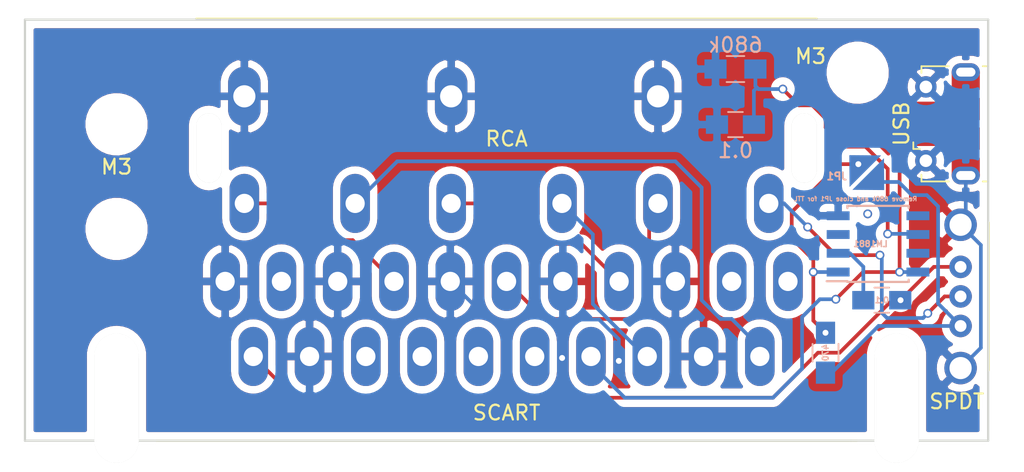
<source format=kicad_pcb>
(kicad_pcb (version 4) (host pcbnew 4.0.7)

  (general
    (links 40)
    (no_connects 2)
    (area 117.094 102.108 186.643 134.298)
    (thickness 1.6)
    (drawings 12)
    (tracks 135)
    (zones 0)
    (modules 13)
    (nets 27)
  )

  (page A4)
  (layers
    (0 F.Cu signal)
    (31 B.Cu signal)
    (32 B.Adhes user)
    (33 F.Adhes user)
    (34 B.Paste user)
    (35 F.Paste user)
    (36 B.SilkS user)
    (37 F.SilkS user)
    (38 B.Mask user)
    (39 F.Mask user)
    (40 Dwgs.User user)
    (41 Cmts.User user)
    (42 Eco1.User user)
    (43 Eco2.User user)
    (44 Edge.Cuts user)
    (45 Margin user)
    (46 B.CrtYd user)
    (47 F.CrtYd user)
    (48 B.Fab user)
    (49 F.Fab user)
  )

  (setup
    (last_trace_width 0.25)
    (trace_clearance 0.2)
    (zone_clearance 0.508)
    (zone_45_only no)
    (trace_min 0.2)
    (segment_width 0.2)
    (edge_width 0.15)
    (via_size 0.6)
    (via_drill 0.4)
    (via_min_size 0.4)
    (via_min_drill 0.3)
    (uvia_size 0.3)
    (uvia_drill 0.1)
    (uvias_allowed no)
    (uvia_min_size 0.2)
    (uvia_min_drill 0.1)
    (pcb_text_width 0.3)
    (pcb_text_size 1.5 1.5)
    (mod_edge_width 0.15)
    (mod_text_size 1 1)
    (mod_text_width 0.15)
    (pad_size 2.2 2.2)
    (pad_drill 1.5)
    (pad_to_mask_clearance 0.2)
    (aux_axis_origin 0 0)
    (grid_origin 151.384 126.238)
    (visible_elements 7FFFFFFF)
    (pcbplotparams
      (layerselection 0x010f0_80000001)
      (usegerberextensions true)
      (excludeedgelayer true)
      (linewidth 0.100000)
      (plotframeref false)
      (viasonmask false)
      (mode 1)
      (useauxorigin false)
      (hpglpennumber 1)
      (hpglpenspeed 20)
      (hpglpendiameter 15)
      (hpglpenoverlay 2)
      (psnegative false)
      (psa4output false)
      (plotreference true)
      (plotvalue true)
      (plotinvisibletext false)
      (padsonsilk false)
      (subtractmaskfromsilk false)
      (outputformat 1)
      (mirror false)
      (drillshape 0)
      (scaleselection 1)
      (outputdirectory Gerbers/))
  )

  (net 0 "")
  (net 1 "Net-(C1-Pad1)")
  (net 2 CVBS)
  (net 3 GND)
  (net 4 "Net-(C2-Pad2)")
  (net 5 5V)
  (net 6 "Net-(J2-Pad10)")
  (net 7 "Net-(J2-Pad12)")
  (net 8 "Net-(J2-Pad14)")
  (net 9 GREEN)
  (net 10 RED)
  (net 11 "Net-(J2-Pad16)")
  (net 12 "Net-(J2-Pad19)")
  (net 13 "Net-(J2-Pad1)")
  (net 14 R_AUD)
  (net 15 "Net-(J2-Pad3)")
  (net 16 L_AUD)
  (net 17 BLUE)
  (net 18 "Net-(JP1-Pad1)")
  (net 19 "Net-(JP1-Pad2)")
  (net 20 CSYNC)
  (net 21 "Net-(U1-Pad3)")
  (net 22 "Net-(U1-Pad5)")
  (net 23 "Net-(U1-Pad7)")
  (net 24 "Net-(SC1-Pad1)")
  (net 25 "Net-(SC2-Pad1)")
  (net 26 "Net-(SC3-Pad1)")

  (net_class Default "This is the default net class."
    (clearance 0.2)
    (trace_width 0.25)
    (via_dia 0.6)
    (via_drill 0.4)
    (uvia_dia 0.3)
    (uvia_drill 0.1)
    (add_net 5V)
    (add_net BLUE)
    (add_net CSYNC)
    (add_net CVBS)
    (add_net GND)
    (add_net GREEN)
    (add_net L_AUD)
    (add_net "Net-(C1-Pad1)")
    (add_net "Net-(C2-Pad2)")
    (add_net "Net-(J2-Pad1)")
    (add_net "Net-(J2-Pad10)")
    (add_net "Net-(J2-Pad12)")
    (add_net "Net-(J2-Pad14)")
    (add_net "Net-(J2-Pad16)")
    (add_net "Net-(J2-Pad19)")
    (add_net "Net-(J2-Pad3)")
    (add_net "Net-(JP1-Pad1)")
    (add_net "Net-(JP1-Pad2)")
    (add_net "Net-(SC1-Pad1)")
    (add_net "Net-(SC2-Pad1)")
    (add_net "Net-(SC3-Pad1)")
    (add_net "Net-(U1-Pad3)")
    (add_net "Net-(U1-Pad5)")
    (add_net "Net-(U1-Pad7)")
    (add_net RED)
    (add_net R_AUD)
  )

  (module SPDT:SPDT_EG1213 (layer F.Cu) (tedit 5B1DEF7F) (tstamp 5B1DBD2C)
    (at 182.118 122.174 90)
    (path /5B1DAFB8)
    (fp_text reference SPDT (at -7.112 -0.254 180) (layer F.SilkS)
      (effects (font (size 1 1) (thickness 0.15)))
    )
    (fp_text value SW_SPDT (at 0 -6.35 90) (layer F.Fab)
      (effects (font (size 1 1) (thickness 0.15)))
    )
    (fp_line (start 5 1.9) (end -5 1.9) (layer F.SilkS) (width 0.15))
    (pad G thru_hole circle (at -4.85 0 90) (size 2.2 2.2) (drill 1.5) (layers *.Cu *.Mask)
      (net 3 GND))
    (pad 2 thru_hole circle (at 0 0 90) (size 1.524 1.524) (drill 0.8) (layers *.Cu *.Mask)
      (net 20 CSYNC))
    (pad 3 thru_hole circle (at 2 0 90) (size 1.524 1.524) (drill 0.8) (layers *.Cu *.Mask)
      (net 2 CVBS))
    (pad 1 thru_hole circle (at -2 0 90) (size 1.524 1.524) (drill 0.8) (layers *.Cu *.Mask)
      (net 18 "Net-(JP1-Pad1)"))
    (pad G thru_hole circle (at 4.85 0 90) (size 2.2 2.2) (drill 1.5) (layers *.Cu *.Mask)
      (net 3 GND))
  )

  (module Capacitors_SMD:C_0805_HandSoldering (layer B.Cu) (tedit 5B1DEE64) (tstamp 5B1DBCCC)
    (at 176.784 122.428)
    (descr "Capacitor SMD 0805, hand soldering")
    (tags "capacitor 0805")
    (path /5B1DAB7A)
    (attr smd)
    (fp_text reference 0.1 (at 0 0) (layer B.SilkS)
      (effects (font (size 0.4 0.4) (thickness 0.1)) (justify mirror))
    )
    (fp_text value 0.1μF (at 0 -1.75) (layer B.Fab)
      (effects (font (size 1 1) (thickness 0.15)) (justify mirror))
    )
    (fp_text user %R (at 0 1.75) (layer B.Fab)
      (effects (font (size 1 1) (thickness 0.15)) (justify mirror))
    )
    (fp_line (start -1 -0.62) (end -1 0.62) (layer B.Fab) (width 0.1))
    (fp_line (start 1 -0.62) (end -1 -0.62) (layer B.Fab) (width 0.1))
    (fp_line (start 1 0.62) (end 1 -0.62) (layer B.Fab) (width 0.1))
    (fp_line (start -1 0.62) (end 1 0.62) (layer B.Fab) (width 0.1))
    (fp_line (start 0.5 0.85) (end -0.5 0.85) (layer B.SilkS) (width 0.12))
    (fp_line (start -0.5 -0.85) (end 0.5 -0.85) (layer B.SilkS) (width 0.12))
    (fp_line (start -2.25 0.88) (end 2.25 0.88) (layer B.CrtYd) (width 0.05))
    (fp_line (start -2.25 0.88) (end -2.25 -0.87) (layer B.CrtYd) (width 0.05))
    (fp_line (start 2.25 -0.87) (end 2.25 0.88) (layer B.CrtYd) (width 0.05))
    (fp_line (start 2.25 -0.87) (end -2.25 -0.87) (layer B.CrtYd) (width 0.05))
    (pad 1 smd rect (at -1.25 0) (size 1.5 1.25) (layers B.Cu B.Paste B.Mask)
      (net 1 "Net-(C1-Pad1)"))
    (pad 2 smd rect (at 1.25 0) (size 1.5 1.25) (layers B.Cu B.Paste B.Mask)
      (net 2 CVBS))
    (model Capacitors_SMD.3dshapes/C_0805.wrl
      (at (xyz 0 0 0))
      (scale (xyz 1 1 1))
      (rotate (xyz 0 0 0))
    )
  )

  (module Capacitors_SMD:C_0805_HandSoldering (layer B.Cu) (tedit 5B1DEF97) (tstamp 5B1DBCD2)
    (at 166.878 110.5408)
    (descr "Capacitor SMD 0805, hand soldering")
    (tags "capacitor 0805")
    (path /5B1DABEB)
    (attr smd)
    (fp_text reference 0.1 (at 0 1.75) (layer B.SilkS)
      (effects (font (size 1 1) (thickness 0.15)) (justify mirror))
    )
    (fp_text value 0.1μF (at 0 -1.75) (layer B.Fab)
      (effects (font (size 1 1) (thickness 0.15)) (justify mirror))
    )
    (fp_text user %R (at 0 1.75) (layer B.Fab)
      (effects (font (size 1 1) (thickness 0.15)) (justify mirror))
    )
    (fp_line (start -1 -0.62) (end -1 0.62) (layer B.Fab) (width 0.1))
    (fp_line (start 1 -0.62) (end -1 -0.62) (layer B.Fab) (width 0.1))
    (fp_line (start 1 0.62) (end 1 -0.62) (layer B.Fab) (width 0.1))
    (fp_line (start -1 0.62) (end 1 0.62) (layer B.Fab) (width 0.1))
    (fp_line (start 0.5 0.85) (end -0.5 0.85) (layer B.SilkS) (width 0.12))
    (fp_line (start -0.5 -0.85) (end 0.5 -0.85) (layer B.SilkS) (width 0.12))
    (fp_line (start -2.25 0.88) (end 2.25 0.88) (layer B.CrtYd) (width 0.05))
    (fp_line (start -2.25 0.88) (end -2.25 -0.87) (layer B.CrtYd) (width 0.05))
    (fp_line (start 2.25 -0.87) (end 2.25 0.88) (layer B.CrtYd) (width 0.05))
    (fp_line (start 2.25 -0.87) (end -2.25 -0.87) (layer B.CrtYd) (width 0.05))
    (pad 1 smd rect (at -1.25 0) (size 1.5 1.25) (layers B.Cu B.Paste B.Mask)
      (net 3 GND))
    (pad 2 smd rect (at 1.25 0) (size 1.5 1.25) (layers B.Cu B.Paste B.Mask)
      (net 4 "Net-(C2-Pad2)"))
    (model Capacitors_SMD.3dshapes/C_0805.wrl
      (at (xyz 0 0 0))
      (scale (xyz 1 1 1))
      (rotate (xyz 0 0 0))
    )
  )

  (module Connectors_USB:USB_Micro-B_Molex-105017-0001 (layer F.Cu) (tedit 5B1DEF66) (tstamp 5B1DBCE3)
    (at 182.118 110.49 90)
    (descr http://www.molex.com/pdm_docs/sd/1050170001_sd.pdf)
    (tags "Micro-USB SMD Typ-B")
    (path /5B1DB9B6)
    (attr smd)
    (fp_text reference USB (at 0 -4 90) (layer F.SilkS)
      (effects (font (size 1 1) (thickness 0.15)))
    )
    (fp_text value "Micro USB" (at 0.3 3.45 90) (layer F.Fab)
      (effects (font (size 1 1) (thickness 0.15)))
    )
    (fp_line (start -4.4 2.75) (end 4.4 2.75) (layer F.CrtYd) (width 0.05))
    (fp_line (start 4.4 -3.35) (end 4.4 2.75) (layer F.CrtYd) (width 0.05))
    (fp_line (start -4.4 -3.35) (end 4.4 -3.35) (layer F.CrtYd) (width 0.05))
    (fp_line (start -4.4 2.75) (end -4.4 -3.35) (layer F.CrtYd) (width 0.05))
    (fp_text user "PCB Edge" (at 0 1.8 90) (layer Dwgs.User)
      (effects (font (size 0.5 0.5) (thickness 0.08)))
    )
    (fp_line (start -3.9 -2.65) (end -3.45 -2.65) (layer F.SilkS) (width 0.12))
    (fp_line (start -3.9 -0.8) (end -3.9 -2.65) (layer F.SilkS) (width 0.12))
    (fp_line (start 3.9 1.75) (end 3.9 1.5) (layer F.SilkS) (width 0.12))
    (fp_line (start 3.75 2.5) (end 3.75 -2.5) (layer F.Fab) (width 0.1))
    (fp_line (start -3 1.801704) (end 3 1.801704) (layer F.Fab) (width 0.1))
    (fp_line (start -3.75 2.501704) (end 3.75 2.501704) (layer F.Fab) (width 0.1))
    (fp_line (start -3.75 -2.5) (end 3.75 -2.5) (layer F.Fab) (width 0.1))
    (fp_line (start -3.75 2.5) (end -3.75 -2.5) (layer F.Fab) (width 0.1))
    (fp_line (start -3.9 1.75) (end -3.9 1.5) (layer F.SilkS) (width 0.12))
    (fp_line (start 3.9 -0.8) (end 3.9 -2.65) (layer F.SilkS) (width 0.12))
    (fp_line (start 3.9 -2.65) (end 3.45 -2.65) (layer F.SilkS) (width 0.12))
    (fp_text user %R (at 0 0 90) (layer F.Fab)
      (effects (font (size 1 1) (thickness 0.15)))
    )
    (fp_line (start -1.7 -3.2) (end -1.25 -3.2) (layer F.SilkS) (width 0.12))
    (fp_line (start -1.7 -3.2) (end -1.7 -2.75) (layer F.SilkS) (width 0.12))
    (fp_line (start -1.3 -2.6) (end -1.5 -2.8) (layer F.Fab) (width 0.1))
    (fp_line (start -1.1 -2.8) (end -1.3 -2.6) (layer F.Fab) (width 0.1))
    (fp_line (start -1.5 -3.01) (end -1.1 -3.01) (layer F.Fab) (width 0.1))
    (fp_line (start -1.5 -3.01) (end -1.5 -2.8) (layer F.Fab) (width 0.1))
    (fp_line (start -1.1 -3.01) (end -1.1 -2.8) (layer F.Fab) (width 0.1))
    (pad 6 smd rect (at 1 0.35 90) (size 1.5 1.9) (layers F.Cu F.Paste F.Mask)
      (net 3 GND))
    (pad 6 thru_hole circle (at -2.5 -2.35 90) (size 1.45 1.45) (drill 0.85) (layers *.Cu *.Mask)
      (net 3 GND))
    (pad 2 smd rect (at -0.65 -2.35 90) (size 0.4 1.35) (layers F.Cu F.Paste F.Mask))
    (pad 1 smd rect (at -1.3 -2.35 90) (size 0.4 1.35) (layers F.Cu F.Paste F.Mask)
      (net 5 5V))
    (pad 5 smd rect (at 1.3 -2.35 90) (size 0.4 1.35) (layers F.Cu F.Paste F.Mask)
      (net 3 GND))
    (pad 4 smd rect (at 0.65 -2.35 90) (size 0.4 1.35) (layers F.Cu F.Paste F.Mask))
    (pad 3 smd rect (at 0 -2.35 90) (size 0.4 1.35) (layers F.Cu F.Paste F.Mask))
    (pad 6 thru_hole circle (at 2.5 -2.35 90) (size 1.45 1.45) (drill 0.85) (layers *.Cu *.Mask)
      (net 3 GND))
    (pad 6 smd rect (at -1 0.35 90) (size 1.5 1.9) (layers F.Cu F.Paste F.Mask)
      (net 3 GND))
    (pad 6 thru_hole oval (at -3.5 0.35 270) (size 1.2 1.9) (drill oval 0.6 1.3) (layers *.Cu *.Mask)
      (net 3 GND))
    (pad 6 thru_hole oval (at 3.5 0.35 90) (size 1.2 1.9) (drill oval 0.6 1.3) (layers *.Cu *.Mask)
      (net 3 GND))
    (pad 6 smd rect (at 2.9 0.35 90) (size 1.2 1.9) (layers F.Cu F.Mask)
      (net 3 GND))
    (pad 6 smd rect (at -2.9 0.35 90) (size 1.2 1.9) (layers F.Cu F.Mask)
      (net 3 GND))
    (model ${KISYS3DMOD}/Connectors_USB.3dshapes/USB_Micro-B_Molex-105017-0001.wrl
      (at (xyz 0 0 0))
      (scale (xyz 1 1 1))
      (rotate (xyz 0 0 0))
    )
  )

  (module SCART-RIGHT-ANGLE:SCART-Right-Angle (layer F.Cu) (tedit 5B1DEDAC) (tstamp 5B1DBD02)
    (at 151.384 126.238 180)
    (path /5B1DA998)
    (fp_text reference SCART (at 0 -3.81 180) (layer F.SilkS)
      (effects (font (size 1 1) (thickness 0.15)))
    )
    (fp_text value SCART-F (at 0 -6.985 180) (layer F.Fab)
      (effects (font (size 1 1) (thickness 0.15)))
    )
    (fp_line (start -23.7 -5.7) (end 23.7 -5.7) (layer F.SilkS) (width 0.15))
    (pad "" np_thru_hole oval (at -26.4 -2.825 180) (size 3 8.75) (drill oval 3 8.75) (layers *.Cu *.Mask))
    (pad "" np_thru_hole circle (at 26.4 0.05 180) (size 3 3) (drill 3) (layers *.Cu *.Mask))
    (pad "" np_thru_hole circle (at -26.4 0.05 180) (size 3 3) (drill 3) (layers *.Cu *.Mask))
    (pad "" np_thru_hole circle (at -26.4 -5.7 180) (size 3 3) (drill 3) (layers *.Cu *.Mask))
    (pad 10 thru_hole oval (at -1.905 0 180) (size 2 4) (drill 1.3) (layers *.Cu *.Mask)
      (net 6 "Net-(J2-Pad10)"))
    (pad 12 thru_hole oval (at 1.905 0 180) (size 2 4) (drill 1.3) (layers *.Cu *.Mask)
      (net 7 "Net-(J2-Pad12)"))
    (pad 14 thru_hole oval (at 5.715 0 180) (size 2 4) (drill 1.3) (layers *.Cu *.Mask)
      (net 8 "Net-(J2-Pad14)"))
    (pad 11 thru_hole oval (at 0 5.08 180) (size 2 4) (drill 1.3) (layers *.Cu *.Mask)
      (net 9 GREEN))
    (pad 13 thru_hole oval (at 3.81 5.08 180) (size 2 4) (drill 1.3) (layers *.Cu *.Mask)
      (net 3 GND))
    (pad 15 thru_hole oval (at 7.62 5.08 180) (size 2 4) (drill 1.3) (layers *.Cu *.Mask)
      (net 10 RED))
    (pad 16 thru_hole oval (at 9.525 0 180) (size 2 4) (drill 1.3) (layers *.Cu *.Mask)
      (net 11 "Net-(J2-Pad16)"))
    (pad 17 thru_hole oval (at 11.43 5.08 180) (size 2 4) (drill 1.3) (layers *.Cu *.Mask)
      (net 3 GND))
    (pad 18 thru_hole oval (at 13.335 0 180) (size 2 4) (drill 1.3) (layers *.Cu *.Mask)
      (net 3 GND))
    (pad 19 thru_hole oval (at 15.24 5.08 180) (size 2 4) (drill 1.3) (layers *.Cu *.Mask)
      (net 12 "Net-(J2-Pad19)"))
    (pad 20 thru_hole oval (at 17.145 0 180) (size 2 4) (drill 1.3) (layers *.Cu *.Mask)
      (net 2 CVBS))
    (pad 21 thru_hole oval (at 19.05 5.08 180) (size 2 4) (drill 1.3) (layers *.Cu *.Mask)
      (net 3 GND))
    (pad 1 thru_hole oval (at -19.05 5.08 180) (size 2 4) (drill 1.3) (layers *.Cu *.Mask)
      (net 13 "Net-(J2-Pad1)"))
    (pad 2 thru_hole oval (at -17.145 0 180) (size 2 4) (drill 1.3) (layers *.Cu *.Mask)
      (net 14 R_AUD))
    (pad 3 thru_hole oval (at -15.24 5.08 180) (size 2 4) (drill 1.3) (layers *.Cu *.Mask)
      (net 15 "Net-(J2-Pad3)"))
    (pad 4 thru_hole oval (at -13.335 0 180) (size 2 4) (drill 1.3) (layers *.Cu *.Mask)
      (net 3 GND))
    (pad 5 thru_hole oval (at -11.43 5.08 180) (size 2 4) (drill 1.3) (layers *.Cu *.Mask)
      (net 3 GND))
    (pad 6 thru_hole oval (at -9.525 0 180) (size 2 4) (drill 1.3) (layers *.Cu *.Mask)
      (net 16 L_AUD))
    (pad 7 thru_hole oval (at -7.62 5.08 180) (size 2 4) (drill 1.3) (layers *.Cu *.Mask)
      (net 17 BLUE))
    (pad 8 thru_hole oval (at -5.715 0 180) (size 2 4) (drill 1.3) (layers *.Cu *.Mask)
      (net 5 5V))
    (pad 9 thru_hole oval (at -3.81 5.08 180) (size 2 4) (drill 1.3) (layers *.Cu *.Mask)
      (net 3 GND))
    (pad "" np_thru_hole circle (at 26.4 -5.7 180) (size 3 3) (drill 3) (layers *.Cu *.Mask))
    (pad "" np_thru_hole oval (at 26.4 -2.825 180) (size 3 8.75) (drill oval 3 8.75) (layers *.Cu *.Mask))
  )

  (module Jumper:Jumper (layer B.Cu) (tedit 5B1DEEF3) (tstamp 5B1DBD08)
    (at 175.768 113.792 180)
    (path /5B1DB301)
    (fp_text reference JP1 (at 2.032 -0.254 180) (layer B.SilkS)
      (effects (font (size 0.5 0.5) (thickness 0.125)) (justify mirror))
    )
    (fp_text value "J NO" (at 0.1 3.75 180) (layer B.Fab)
      (effects (font (size 1 1) (thickness 0.15)) (justify mirror))
    )
    (pad 1 smd trapezoid (at -0.635 -0.635 315) (size 1.524 1.524) (rect_delta 1.5 0 ) (layers B.Cu B.Paste B.Mask)
      (net 18 "Net-(JP1-Pad1)"))
    (pad 2 smd trapezoid (at 0.635 0.635 135) (size 1.524 1.524) (rect_delta 1.5 0 ) (layers B.Cu B.Paste B.Mask)
      (net 19 "Net-(JP1-Pad2)"))
  )

  (module Resistors_SMD:R_0805_HandSoldering (layer B.Cu) (tedit 5B1DEE33) (tstamp 5B1DBD0E)
    (at 172.974 125.984 270)
    (descr "Resistor SMD 0805, hand soldering")
    (tags "resistor 0805")
    (path /5B1DB34E)
    (attr smd)
    (fp_text reference 470 (at 0 0 270) (layer B.SilkS)
      (effects (font (size 0.4 0.4) (thickness 0.1)) (justify mirror))
    )
    (fp_text value 470Ω (at 0 -1.75 270) (layer B.Fab)
      (effects (font (size 1 1) (thickness 0.15)) (justify mirror))
    )
    (fp_text user %R (at 0 0 270) (layer B.Fab)
      (effects (font (size 0.5 0.5) (thickness 0.075)) (justify mirror))
    )
    (fp_line (start -1 -0.62) (end -1 0.62) (layer B.Fab) (width 0.1))
    (fp_line (start 1 -0.62) (end -1 -0.62) (layer B.Fab) (width 0.1))
    (fp_line (start 1 0.62) (end 1 -0.62) (layer B.Fab) (width 0.1))
    (fp_line (start -1 0.62) (end 1 0.62) (layer B.Fab) (width 0.1))
    (fp_line (start 0.6 -0.88) (end -0.6 -0.88) (layer B.SilkS) (width 0.12))
    (fp_line (start -0.6 0.88) (end 0.6 0.88) (layer B.SilkS) (width 0.12))
    (fp_line (start -2.35 0.9) (end 2.35 0.9) (layer B.CrtYd) (width 0.05))
    (fp_line (start -2.35 0.9) (end -2.35 -0.9) (layer B.CrtYd) (width 0.05))
    (fp_line (start 2.35 -0.9) (end 2.35 0.9) (layer B.CrtYd) (width 0.05))
    (fp_line (start 2.35 -0.9) (end -2.35 -0.9) (layer B.CrtYd) (width 0.05))
    (pad 1 smd rect (at -1.35 0 270) (size 1.5 1.3) (layers B.Cu B.Paste B.Mask)
      (net 19 "Net-(JP1-Pad2)"))
    (pad 2 smd rect (at 1.35 0 270) (size 1.5 1.3) (layers B.Cu B.Paste B.Mask)
      (net 18 "Net-(JP1-Pad1)"))
    (model ${KISYS3DMOD}/Resistors_SMD.3dshapes/R_0805.wrl
      (at (xyz 0 0 0))
      (scale (xyz 1 1 1))
      (rotate (xyz 0 0 0))
    )
  )

  (module Resistors_SMD:R_0805_HandSoldering (layer B.Cu) (tedit 5B1DEFB0) (tstamp 5B1DBD14)
    (at 166.878 106.7816)
    (descr "Resistor SMD 0805, hand soldering")
    (tags "resistor 0805")
    (path /5B1DAC25)
    (attr smd)
    (fp_text reference 680k (at 0 -1.6256) (layer B.SilkS)
      (effects (font (size 1 1) (thickness 0.15)) (justify mirror))
    )
    (fp_text value 680kΩ (at 0 -1.75) (layer B.Fab)
      (effects (font (size 1 1) (thickness 0.15)) (justify mirror))
    )
    (fp_text user %R (at 0 0) (layer B.Fab)
      (effects (font (size 0.5 0.5) (thickness 0.075)) (justify mirror))
    )
    (fp_line (start -1 -0.62) (end -1 0.62) (layer B.Fab) (width 0.1))
    (fp_line (start 1 -0.62) (end -1 -0.62) (layer B.Fab) (width 0.1))
    (fp_line (start 1 0.62) (end 1 -0.62) (layer B.Fab) (width 0.1))
    (fp_line (start -1 0.62) (end 1 0.62) (layer B.Fab) (width 0.1))
    (fp_line (start 0.6 -0.88) (end -0.6 -0.88) (layer B.SilkS) (width 0.12))
    (fp_line (start -0.6 0.88) (end 0.6 0.88) (layer B.SilkS) (width 0.12))
    (fp_line (start -2.35 0.9) (end 2.35 0.9) (layer B.CrtYd) (width 0.05))
    (fp_line (start -2.35 0.9) (end -2.35 -0.9) (layer B.CrtYd) (width 0.05))
    (fp_line (start 2.35 -0.9) (end 2.35 0.9) (layer B.CrtYd) (width 0.05))
    (fp_line (start 2.35 -0.9) (end -2.35 -0.9) (layer B.CrtYd) (width 0.05))
    (pad 1 smd rect (at -1.35 0) (size 1.5 1.3) (layers B.Cu B.Paste B.Mask)
      (net 3 GND))
    (pad 2 smd rect (at 1.35 0) (size 1.5 1.3) (layers B.Cu B.Paste B.Mask)
      (net 4 "Net-(C2-Pad2)"))
    (model ${KISYS3DMOD}/Resistors_SMD.3dshapes/R_0805.wrl
      (at (xyz 0 0 0))
      (scale (xyz 1 1 1))
      (rotate (xyz 0 0 0))
    )
  )

  (module "New Footprints:3x2_RCA" (layer F.Cu) (tedit 5B1DEF89) (tstamp 5B1DBD23)
    (at 151.384 103.378 180)
    (path /5B1DA95F)
    (fp_text reference RCA (at 0 -8.128 180) (layer F.SilkS)
      (effects (font (size 1 1) (thickness 0.15)))
    )
    (fp_text value 3x2_RCA (at 10.16 -7.62 180) (layer F.Fab)
      (effects (font (size 1 1) (thickness 0.15)))
    )
    (fp_line (start -21 0) (end 21 0) (layer F.SilkS) (width 0.15))
    (pad 9 thru_hole oval (at 17.75 -5.25 180) (size 2.2 4) (drill 1.5) (layers *.Cu *.Mask)
      (net 3 GND))
    (pad 8 thru_hole oval (at 3.75 -5.25 180) (size 2.2 4) (drill 1.5) (layers *.Cu *.Mask)
      (net 3 GND))
    (pad 7 thru_hole oval (at -10.25 -5.25 180) (size 2.2 4) (drill 1.5) (layers *.Cu *.Mask)
      (net 3 GND))
    (pad 6 thru_hole oval (at 17.75 -12.5 180) (size 2 4) (drill 1.3) (layers *.Cu *.Mask)
      (net 10 RED))
    (pad 5 thru_hole oval (at 10.25 -12.5 180) (size 2 4) (drill 1.3) (layers *.Cu *.Mask)
      (net 14 R_AUD))
    (pad 1 thru_hole oval (at -17.75 -12.5 180) (size 2 4) (drill 1.3) (layers *.Cu *.Mask)
      (net 20 CSYNC))
    (pad 2 thru_hole oval (at -10.25 -12.5 180) (size 2 4) (drill 1.3) (layers *.Cu *.Mask)
      (net 9 GREEN))
    (pad 3 thru_hole oval (at -3.75 -12.5 180) (size 2 4) (drill 1.3) (layers *.Cu *.Mask)
      (net 16 L_AUD))
    (pad 4 thru_hole oval (at 3.75 -12.5 180) (size 2 4) (drill 1.3) (layers *.Cu *.Mask)
      (net 17 BLUE))
    (pad "" np_thru_hole oval (at -20.15 -8.75 180) (size 1.7 4.7) (drill oval 1.7 4.7) (layers *.Cu *.Mask))
    (pad "" np_thru_hole oval (at 20.15 -8.75 180) (size 1.7 4.7) (drill oval 1.7 4.7) (layers *.Cu *.Mask))
  )

  (module Housings_SOIC:SOIC-8_3.9x4.9mm_Pitch1.27mm (layer B.Cu) (tedit 5B1DEE91) (tstamp 5B1DBD38)
    (at 176.53 118.618)
    (descr "8-Lead Plastic Small Outline (SN) - Narrow, 3.90 mm Body [SOIC] (see Microchip Packaging Specification 00000049BS.pdf)")
    (tags "SOIC 1.27")
    (path /5B1DAA77)
    (attr smd)
    (fp_text reference LM1881 (at -0.508 0) (layer B.SilkS)
      (effects (font (size 0.4 0.4) (thickness 0.1)) (justify mirror))
    )
    (fp_text value LM1881 (at 0 -3.5) (layer B.Fab)
      (effects (font (size 1 1) (thickness 0.15)) (justify mirror))
    )
    (fp_text user %R (at 0 0) (layer B.Fab)
      (effects (font (size 1 1) (thickness 0.15)) (justify mirror))
    )
    (fp_line (start -0.95 2.45) (end 1.95 2.45) (layer B.Fab) (width 0.1))
    (fp_line (start 1.95 2.45) (end 1.95 -2.45) (layer B.Fab) (width 0.1))
    (fp_line (start 1.95 -2.45) (end -1.95 -2.45) (layer B.Fab) (width 0.1))
    (fp_line (start -1.95 -2.45) (end -1.95 1.45) (layer B.Fab) (width 0.1))
    (fp_line (start -1.95 1.45) (end -0.95 2.45) (layer B.Fab) (width 0.1))
    (fp_line (start -3.73 2.7) (end -3.73 -2.7) (layer B.CrtYd) (width 0.05))
    (fp_line (start 3.73 2.7) (end 3.73 -2.7) (layer B.CrtYd) (width 0.05))
    (fp_line (start -3.73 2.7) (end 3.73 2.7) (layer B.CrtYd) (width 0.05))
    (fp_line (start -3.73 -2.7) (end 3.73 -2.7) (layer B.CrtYd) (width 0.05))
    (fp_line (start -2.075 2.575) (end -2.075 2.525) (layer B.SilkS) (width 0.15))
    (fp_line (start 2.075 2.575) (end 2.075 2.43) (layer B.SilkS) (width 0.15))
    (fp_line (start 2.075 -2.575) (end 2.075 -2.43) (layer B.SilkS) (width 0.15))
    (fp_line (start -2.075 -2.575) (end -2.075 -2.43) (layer B.SilkS) (width 0.15))
    (fp_line (start -2.075 2.575) (end 2.075 2.575) (layer B.SilkS) (width 0.15))
    (fp_line (start -2.075 -2.575) (end 2.075 -2.575) (layer B.SilkS) (width 0.15))
    (fp_line (start -2.075 2.525) (end -3.475 2.525) (layer B.SilkS) (width 0.15))
    (pad 1 smd rect (at -2.7 1.905) (size 1.55 0.6) (layers B.Cu B.Paste B.Mask)
      (net 19 "Net-(JP1-Pad2)"))
    (pad 2 smd rect (at -2.7 0.635) (size 1.55 0.6) (layers B.Cu B.Paste B.Mask)
      (net 1 "Net-(C1-Pad1)"))
    (pad 3 smd rect (at -2.7 -0.635) (size 1.55 0.6) (layers B.Cu B.Paste B.Mask)
      (net 21 "Net-(U1-Pad3)"))
    (pad 4 smd rect (at -2.7 -1.905) (size 1.55 0.6) (layers B.Cu B.Paste B.Mask)
      (net 3 GND))
    (pad 5 smd rect (at 2.7 -1.905) (size 1.55 0.6) (layers B.Cu B.Paste B.Mask)
      (net 22 "Net-(U1-Pad5)"))
    (pad 6 smd rect (at 2.7 -0.635) (size 1.55 0.6) (layers B.Cu B.Paste B.Mask)
      (net 4 "Net-(C2-Pad2)"))
    (pad 7 smd rect (at 2.7 0.635) (size 1.55 0.6) (layers B.Cu B.Paste B.Mask)
      (net 23 "Net-(U1-Pad7)"))
    (pad 8 smd rect (at 2.7 1.905) (size 1.55 0.6) (layers B.Cu B.Paste B.Mask)
      (net 5 5V))
    (model ${KISYS3DMOD}/Housings_SOIC.3dshapes/SOIC-8_3.9x4.9mm_Pitch1.27mm.wrl
      (at (xyz 0 0 0))
      (scale (xyz 1 1 1))
      (rotate (xyz 0 0 0))
    )
  )

  (module Mounting_Holes:MountingHole_3.2mm_M3 (layer F.Cu) (tedit 5B1DEC1E) (tstamp 5B1DEA5D)
    (at 124.984 117.604667)
    (descr "Mounting Hole 3.2mm, no annular, M3")
    (tags "mounting hole 3.2mm no annular m3")
    (path /5B1DE9F1)
    (attr virtual)
    (fp_text reference M3 (at 0 -4.2) (layer F.SilkS)
      (effects (font (size 1 1) (thickness 0.15)))
    )
    (fp_text value M3 (at 0 4.2) (layer F.Fab)
      (effects (font (size 1 1) (thickness 0.15)))
    )
    (fp_text user %R (at 0.3 0) (layer F.Fab)
      (effects (font (size 1 1) (thickness 0.15)))
    )
    (fp_circle (center 0 0) (end 3.2 0) (layer Cmts.User) (width 0.15))
    (fp_circle (center 0 0) (end 3.45 0) (layer F.CrtYd) (width 0.05))
    (pad 1 np_thru_hole circle (at 0 0) (size 3.2 3.2) (drill 3.2) (layers *.Cu *.Mask)
      (net 24 "Net-(SC1-Pad1)"))
  )

  (module Mounting_Holes:MountingHole_3.2mm_M3 (layer F.Cu) (tedit 5B1DEC24) (tstamp 5B1DEA62)
    (at 124.984 110.521333)
    (descr "Mounting Hole 3.2mm, no annular, M3")
    (tags "mounting hole 3.2mm no annular m3")
    (path /5B1DEA9D)
    (attr virtual)
    (fp_text reference SC2 (at 0 -4.2) (layer F.SilkS) hide
      (effects (font (size 1 1) (thickness 0.15)))
    )
    (fp_text value M3 (at 0 4.2) (layer F.Fab)
      (effects (font (size 1 1) (thickness 0.15)))
    )
    (fp_text user %R (at 0.3 0) (layer F.Fab)
      (effects (font (size 1 1) (thickness 0.15)))
    )
    (fp_circle (center 0 0) (end 3.2 0) (layer Cmts.User) (width 0.15))
    (fp_circle (center 0 0) (end 3.45 0) (layer F.CrtYd) (width 0.05))
    (pad 1 np_thru_hole circle (at 0 0) (size 3.2 3.2) (drill 3.2) (layers *.Cu *.Mask)
      (net 25 "Net-(SC2-Pad1)"))
  )

  (module Mounting_Holes:MountingHole_3.2mm_M3 (layer F.Cu) (tedit 5B1DEF5C) (tstamp 5B1DEA67)
    (at 175.154 107.028)
    (descr "Mounting Hole 3.2mm, no annular, M3")
    (tags "mounting hole 3.2mm no annular m3")
    (path /5B1DEB01)
    (attr virtual)
    (fp_text reference M3 (at -3.196 -1.11) (layer F.SilkS)
      (effects (font (size 1 1) (thickness 0.15)))
    )
    (fp_text value M3 (at 0 4.2) (layer F.Fab)
      (effects (font (size 1 1) (thickness 0.15)))
    )
    (fp_text user %R (at 0.3 0) (layer F.Fab)
      (effects (font (size 1 1) (thickness 0.15)))
    )
    (fp_circle (center 0 0) (end 3.2 0) (layer Cmts.User) (width 0.15))
    (fp_circle (center 0 0) (end 3.45 0) (layer F.CrtYd) (width 0.05))
    (pad 1 np_thru_hole circle (at 0 0) (size 3.2 3.2) (drill 3.2) (layers *.Cu *.Mask)
      (net 26 "Net-(SC3-Pad1)"))
  )

  (gr_text "Remove 680k and close JP1 for TTL" (at 175.006 115.57) (layer B.SilkS)
    (effects (font (size 0.3 0.3) (thickness 0.075)) (justify mirror))
  )
  (gr_line (start 182.818 106.99) (end 182.118 106.99) (angle 90) (layer Edge.Cuts) (width 0.6))
  (gr_line (start 182.818 113.99) (end 182.118 113.99) (angle 90) (layer Edge.Cuts) (width 0.6))
  (gr_line (start 131.234 113.628) (end 131.234 110.628) (angle 90) (layer Edge.Cuts) (width 1.7))
  (gr_line (start 171.534 113.628) (end 171.534 110.628) (angle 90) (layer Edge.Cuts) (width 1.7))
  (gr_line (start 177.784 131.938) (end 177.784 126.188) (angle 90) (layer Edge.Cuts) (width 3))
  (gr_line (start 124.984 131.938) (end 124.984 126.188) (angle 90) (layer Edge.Cuts) (width 3))
  (gr_line (start 118.784 131.938) (end 174.684 131.938) (angle 90) (layer Edge.Cuts) (width 0.15))
  (gr_line (start 118.784 103.438) (end 118.784 131.938) (angle 90) (layer Edge.Cuts) (width 0.15))
  (gr_line (start 183.984 103.438) (end 118.784 103.438) (angle 90) (layer Edge.Cuts) (width 0.15))
  (gr_line (start 183.984 131.938) (end 183.984 103.438) (angle 90) (layer Edge.Cuts) (width 0.15))
  (gr_line (start 174.684 131.938) (end 183.984 131.938) (angle 90) (layer Edge.Cuts) (width 0.15))

  (via (at 175.8315 116.586) (size 0.6) (drill 0.4) (layers F.Cu B.Cu) (net 0))
  (segment (start 175.534 122.428) (end 175.534 120.162) (width 0.25) (layer B.Cu) (net 1))
  (segment (start 174.625 119.253) (end 173.83 119.253) (width 0.25) (layer B.Cu) (net 1) (tstamp 5B1DD691))
  (segment (start 175.534 120.162) (end 174.625 119.253) (width 0.25) (layer B.Cu) (net 1) (tstamp 5B1DD68D))
  (segment (start 178.054 122.428) (end 177.4825 122.428) (width 0.25) (layer F.Cu) (net 2))
  (segment (start 137.033 129.032) (end 134.239 126.238) (width 0.25) (layer F.Cu) (net 2) (tstamp 5B1DD9DC))
  (segment (start 169.418 129.032) (end 137.033 129.032) (width 0.25) (layer F.Cu) (net 2) (tstamp 5B1DD9D1))
  (segment (start 172.466 125.984) (end 169.418 129.032) (width 0.25) (layer F.Cu) (net 2) (tstamp 5B1DD9CA))
  (segment (start 173.9265 125.984) (end 172.466 125.984) (width 0.25) (layer F.Cu) (net 2) (tstamp 5B1DD99F))
  (segment (start 177.4825 122.428) (end 173.9265 125.984) (width 0.25) (layer F.Cu) (net 2) (tstamp 5B1DD99B))
  (segment (start 182.118 120.174) (end 180.308 120.174) (width 0.25) (layer F.Cu) (net 2))
  (segment (start 180.308 120.174) (end 178.054 122.428) (width 0.25) (layer F.Cu) (net 2) (tstamp 5B1DD65D))
  (segment (start 134.239 126.238) (end 134.239 127.381) (width 0.25) (layer F.Cu) (net 2))
  (via (at 178.054 122.428) (size 0.6) (drill 0.4) (layers F.Cu B.Cu) (net 2))
  (segment (start 178.054 122.428) (end 178.034 122.428) (width 0.25) (layer B.Cu) (net 2) (tstamp 5B1DD624))
  (segment (start 179.768 109.19) (end 178.278 109.19) (width 0.25) (layer F.Cu) (net 3))
  (segment (start 178.278 109.19) (end 178.2445 109.1565) (width 0.25) (layer F.Cu) (net 3) (tstamp 5B1DE046))
  (segment (start 147.574 121.158) (end 150.0124 123.5964) (width 0.25) (layer B.Cu) (net 3))
  (via (at 155.1432 126.3396) (size 0.6) (drill 0.4) (layers F.Cu B.Cu) (net 3))
  (segment (start 155.1432 124.6124) (end 155.1432 126.3396) (width 0.25) (layer B.Cu) (net 3) (tstamp 5B1DEC7E))
  (segment (start 154.0764 123.5456) (end 155.1432 124.6124) (width 0.25) (layer B.Cu) (net 3) (tstamp 5B1DEC7D))
  (segment (start 153.0604 123.5456) (end 154.0764 123.5456) (width 0.25) (layer B.Cu) (net 3) (tstamp 5B1DEC7C))
  (segment (start 153.0096 123.5964) (end 153.0604 123.5456) (width 0.25) (layer B.Cu) (net 3) (tstamp 5B1DEC7B))
  (segment (start 152.4 123.5964) (end 153.0096 123.5964) (width 0.25) (layer B.Cu) (net 3) (tstamp 5B1DEC7A))
  (segment (start 151.892 124.1044) (end 152.4 123.5964) (width 0.25) (layer B.Cu) (net 3) (tstamp 5B1DEC79))
  (segment (start 150.876 124.1044) (end 151.892 124.1044) (width 0.25) (layer B.Cu) (net 3) (tstamp 5B1DEC78))
  (segment (start 150.4696 123.698) (end 150.876 124.1044) (width 0.25) (layer B.Cu) (net 3) (tstamp 5B1DEC77))
  (segment (start 150.4696 123.5964) (end 150.4696 123.698) (width 0.25) (layer B.Cu) (net 3) (tstamp 5B1DEC76))
  (segment (start 150.0124 123.5964) (end 150.4696 123.5964) (width 0.25) (layer B.Cu) (net 3) (tstamp 5B1DEC75))
  (segment (start 182.118 117.324) (end 183.4896 118.6956) (width 0.25) (layer B.Cu) (net 3))
  (segment (start 183.4896 125.6524) (end 182.118 127.024) (width 0.25) (layer B.Cu) (net 3) (tstamp 5B1DEC70))
  (segment (start 183.4896 118.6956) (end 183.4896 125.6524) (width 0.25) (layer B.Cu) (net 3) (tstamp 5B1DEC6E))
  (segment (start 182.468 113.99) (end 182.468 116.974) (width 0.25) (layer B.Cu) (net 3))
  (segment (start 182.468 116.974) (end 182.118 117.324) (width 0.25) (layer B.Cu) (net 3) (tstamp 5B1DEC6A))
  (segment (start 155.194 121.158) (end 155.194 123.348) (width 0.25) (layer B.Cu) (net 3))
  (via (at 158.984 126.538) (size 0.6) (drill 0.4) (layers F.Cu B.Cu) (net 3))
  (segment (start 158.984 125.076398) (end 158.984 126.538) (width 0.25) (layer B.Cu) (net 3) (tstamp 5B1DE499))
  (segment (start 157.645602 123.738) (end 158.984 125.076398) (width 0.25) (layer B.Cu) (net 3) (tstamp 5B1DE491))
  (segment (start 155.584 123.738) (end 157.645602 123.738) (width 0.25) (layer B.Cu) (net 3) (tstamp 5B1DE48C))
  (segment (start 155.194 123.348) (end 155.584 123.738) (width 0.25) (layer B.Cu) (net 3) (tstamp 5B1DE485))
  (segment (start 168.128 110.5408) (end 168.128 108.244) (width 0.25) (layer B.Cu) (net 4))
  (segment (start 168.128 108.244) (end 168.334 108.038) (width 0.25) (layer B.Cu) (net 4) (tstamp 5B1DECCC))
  (segment (start 168.228 106.7816) (end 168.228 107.932) (width 0.25) (layer B.Cu) (net 4))
  (via (at 177.184 117.938) (size 0.6) (drill 0.4) (layers F.Cu B.Cu) (net 4))
  (segment (start 177.184 117.938) (end 177.184 113.538) (width 0.25) (layer F.Cu) (net 4) (tstamp 5B1DDEA5))
  (segment (start 177.184 113.538) (end 175.684 112.038) (width 0.25) (layer F.Cu) (net 4) (tstamp 5B1DDEA6))
  (segment (start 175.684 112.038) (end 174.284 112.038) (width 0.25) (layer F.Cu) (net 4) (tstamp 5B1DDEBD))
  (segment (start 174.284 112.038) (end 172.984 110.738) (width 0.25) (layer F.Cu) (net 4) (tstamp 5B1DDECB))
  (segment (start 172.984 110.738) (end 172.984 110.138) (width 0.25) (layer F.Cu) (net 4) (tstamp 5B1DDED0))
  (segment (start 172.984 110.138) (end 172.084 109.238) (width 0.25) (layer F.Cu) (net 4) (tstamp 5B1DDED7))
  (segment (start 172.084 109.238) (end 171.184 109.238) (width 0.25) (layer F.Cu) (net 4) (tstamp 5B1DDEE0))
  (segment (start 171.184 109.238) (end 170.084 108.138) (width 0.25) (layer F.Cu) (net 4) (tstamp 5B1DDEE5))
  (via (at 170.084 108.138) (size 0.6) (drill 0.4) (layers F.Cu B.Cu) (net 4))
  (segment (start 170.084 108.138) (end 168.434 108.138) (width 0.25) (layer B.Cu) (net 4) (tstamp 5B1DDEEF))
  (segment (start 177.184 117.938) (end 179.185 117.938) (width 0.25) (layer B.Cu) (net 4) (tstamp 5B1DDE99))
  (segment (start 168.334 108.038) (end 168.434 108.138) (width 0.25) (layer B.Cu) (net 4) (tstamp 5B1DDEF3))
  (segment (start 168.228 107.932) (end 168.334 108.038) (width 0.25) (layer B.Cu) (net 4) (tstamp 5B1DECC5))
  (segment (start 179.23 117.983) (end 179.185 117.938) (width 0.25) (layer B.Cu) (net 4))
  (segment (start 179.23 118.016) (end 179.23 117.983) (width 0.25) (layer B.Cu) (net 4) (tstamp 5B1DD77D))
  (segment (start 157.099 126.238) (end 157.099 126.746) (width 0.25) (layer B.Cu) (net 5))
  (segment (start 157.099 126.746) (end 159.385 129.032) (width 0.25) (layer B.Cu) (net 5) (tstamp 5B1DD844))
  (segment (start 159.385 129.032) (end 169.418 129.032) (width 0.25) (layer B.Cu) (net 5) (tstamp 5B1DD84A))
  (segment (start 169.418 129.032) (end 171.3865 127.0635) (width 0.25) (layer B.Cu) (net 5) (tstamp 5B1DD859))
  (segment (start 171.3865 127.0635) (end 171.3865 123.571) (width 0.25) (layer B.Cu) (net 5) (tstamp 5B1DD85E))
  (segment (start 171.3865 123.571) (end 172.593 122.3645) (width 0.25) (layer B.Cu) (net 5) (tstamp 5B1DD867))
  (segment (start 172.593 122.3645) (end 173.6725 122.3645) (width 0.25) (layer B.Cu) (net 5) (tstamp 5B1DD87E))
  (via (at 173.6725 122.3645) (size 0.6) (drill 0.4) (layers F.Cu B.Cu) (net 5))
  (segment (start 173.6725 122.3645) (end 175.514 120.523) (width 0.25) (layer F.Cu) (net 5) (tstamp 5B1DD883))
  (segment (start 175.514 120.523) (end 177.9905 120.523) (width 0.25) (layer F.Cu) (net 5) (tstamp 5B1DD884))
  (segment (start 179.768 111.79) (end 178.4685 111.79) (width 0.25) (layer F.Cu) (net 5))
  (segment (start 177.9905 120.523) (end 179.23 120.523) (width 0.25) (layer B.Cu) (net 5) (tstamp 5B1DD830))
  (via (at 177.9905 120.523) (size 0.6) (drill 0.4) (layers F.Cu B.Cu) (net 5))
  (segment (start 177.9905 112.268) (end 177.9905 120.523) (width 0.25) (layer F.Cu) (net 5) (tstamp 5B1DD827))
  (segment (start 178.4685 111.79) (end 177.9905 112.268) (width 0.25) (layer F.Cu) (net 5) (tstamp 5B1DD81B))
  (segment (start 151.384 121.158) (end 153.924 123.698) (width 0.25) (layer F.Cu) (net 9))
  (segment (start 161.036 122.682) (end 161.036 116.476) (width 0.25) (layer F.Cu) (net 9) (tstamp 5B1DD533))
  (segment (start 160.02 123.698) (end 161.036 122.682) (width 0.25) (layer F.Cu) (net 9) (tstamp 5B1DD531))
  (segment (start 153.924 123.698) (end 160.02 123.698) (width 0.25) (layer F.Cu) (net 9) (tstamp 5B1DD530))
  (segment (start 161.036 116.476) (end 161.634 115.878) (width 0.25) (layer F.Cu) (net 9) (tstamp 5B1DD535))
  (segment (start 133.634 115.878) (end 136.96 115.878) (width 0.25) (layer F.Cu) (net 10))
  (segment (start 140.97 118.364) (end 143.764 121.158) (width 0.25) (layer F.Cu) (net 10) (tstamp 5B1DD524))
  (segment (start 139.446 118.364) (end 140.97 118.364) (width 0.25) (layer F.Cu) (net 10) (tstamp 5B1DD522))
  (segment (start 136.96 115.878) (end 139.446 118.364) (width 0.25) (layer F.Cu) (net 10) (tstamp 5B1DD520))
  (segment (start 168.529 126.238) (end 168.529 125.603) (width 0.25) (layer B.Cu) (net 14))
  (segment (start 168.529 125.603) (end 166.624 123.698) (width 0.25) (layer B.Cu) (net 14) (tstamp 5B1DD575))
  (segment (start 166.624 123.698) (end 165.862 123.698) (width 0.25) (layer B.Cu) (net 14) (tstamp 5B1DD57B))
  (segment (start 165.862 123.698) (end 164.592 122.428) (width 0.25) (layer B.Cu) (net 14) (tstamp 5B1DD585))
  (segment (start 164.592 122.428) (end 164.592 114.808) (width 0.25) (layer B.Cu) (net 14) (tstamp 5B1DD58B))
  (segment (start 164.592 114.808) (end 162.814 113.03) (width 0.25) (layer B.Cu) (net 14) (tstamp 5B1DD59E))
  (segment (start 162.814 113.03) (end 143.982 113.03) (width 0.25) (layer B.Cu) (net 14) (tstamp 5B1DD5A6))
  (segment (start 143.982 113.03) (end 141.134 115.878) (width 0.25) (layer B.Cu) (net 14) (tstamp 5B1DD5AF))
  (segment (start 160.909 126.238) (end 160.782 126.238) (width 0.25) (layer B.Cu) (net 16))
  (segment (start 160.782 126.238) (end 157.226 122.682) (width 0.25) (layer B.Cu) (net 16) (tstamp 5B1DD553))
  (segment (start 157.226 122.682) (end 157.226 117.97) (width 0.25) (layer B.Cu) (net 16) (tstamp 5B1DD558))
  (segment (start 157.226 117.97) (end 155.134 115.878) (width 0.25) (layer B.Cu) (net 16) (tstamp 5B1DD562))
  (segment (start 147.634 115.878) (end 151.692 115.878) (width 0.25) (layer F.Cu) (net 17))
  (segment (start 156.464 118.618) (end 159.004 121.158) (width 0.25) (layer F.Cu) (net 17) (tstamp 5B1DD52C))
  (segment (start 154.432 118.618) (end 156.464 118.618) (width 0.25) (layer F.Cu) (net 17) (tstamp 5B1DD52A))
  (segment (start 151.692 115.878) (end 154.432 118.618) (width 0.25) (layer F.Cu) (net 17) (tstamp 5B1DD528))
  (segment (start 176.403 114.427) (end 177.927 114.427) (width 0.25) (layer B.Cu) (net 18))
  (segment (start 180.594 122.65) (end 182.118 124.174) (width 0.25) (layer B.Cu) (net 18) (tstamp 5B1DD726))
  (segment (start 180.594 116.078) (end 180.594 122.65) (width 0.25) (layer B.Cu) (net 18) (tstamp 5B1DD71E))
  (segment (start 179.832 115.316) (end 180.594 116.078) (width 0.25) (layer B.Cu) (net 18) (tstamp 5B1DD71B))
  (segment (start 178.816 115.316) (end 179.832 115.316) (width 0.25) (layer B.Cu) (net 18) (tstamp 5B1DD715))
  (segment (start 177.927 114.427) (end 178.816 115.316) (width 0.25) (layer B.Cu) (net 18) (tstamp 5B1DD704))
  (segment (start 172.974 127.334) (end 173.402 127.334) (width 0.25) (layer B.Cu) (net 18))
  (segment (start 173.402 127.334) (end 176.562 124.174) (width 0.25) (layer B.Cu) (net 18) (tstamp 5B1DD631))
  (segment (start 176.562 124.174) (end 182.118 124.174) (width 0.25) (layer B.Cu) (net 18) (tstamp 5B1DD63E))
  (segment (start 172.1485 120.523) (end 172.1485 119.6975) (width 0.25) (layer F.Cu) (net 19))
  (segment (start 175.1965 113.2205) (end 175.133 113.157) (width 0.25) (layer B.Cu) (net 19) (tstamp 5B1DDB74))
  (via (at 175.1965 113.2205) (size 0.6) (drill 0.4) (layers F.Cu B.Cu) (net 19))
  (segment (start 173.9265 113.2205) (end 175.1965 113.2205) (width 0.25) (layer F.Cu) (net 19) (tstamp 5B1DDB6B))
  (segment (start 170.688 116.459) (end 173.9265 113.2205) (width 0.25) (layer F.Cu) (net 19) (tstamp 5B1DDB62))
  (segment (start 170.688 118.237) (end 170.688 116.459) (width 0.25) (layer F.Cu) (net 19) (tstamp 5B1DDB5C))
  (segment (start 172.1485 119.6975) (end 170.688 118.237) (width 0.25) (layer F.Cu) (net 19) (tstamp 5B1DDB56))
  (via (at 172.974 124.634) (size 0.6) (drill 0.4) (layers F.Cu B.Cu) (net 19))
  (segment (start 172.894 124.634) (end 172.974 124.634) (width 0.25) (layer B.Cu) (net 19) (tstamp 5B1DD6E3))
  (segment (start 172.1485 120.523) (end 173.83 120.523) (width 0.25) (layer B.Cu) (net 19) (tstamp 5B1DDB3F))
  (via (at 172.1485 120.523) (size 0.6) (drill 0.4) (layers F.Cu B.Cu) (net 19))
  (segment (start 172.1485 123.8085) (end 172.1485 120.523) (width 0.25) (layer F.Cu) (net 19) (tstamp 5B1DDB23))
  (segment (start 172.974 124.634) (end 172.1485 123.8085) (width 0.25) (layer F.Cu) (net 19) (tstamp 5B1DDB22))
  (segment (start 169.134 115.878) (end 170.1705 115.878) (width 0.25) (layer B.Cu) (net 20))
  (segment (start 181.0385 122.174) (end 182.118 122.174) (width 0.25) (layer F.Cu) (net 20) (tstamp 5B1DDC0B))
  (segment (start 179.8955 123.317) (end 181.0385 122.174) (width 0.25) (layer F.Cu) (net 20) (tstamp 5B1DDC0A))
  (via (at 179.8955 123.317) (size 0.6) (drill 0.4) (layers F.Cu B.Cu) (net 20))
  (segment (start 179.578 123.6345) (end 179.8955 123.317) (width 0.25) (layer B.Cu) (net 20) (tstamp 5B1DDC04))
  (segment (start 177.139002 123.6345) (end 179.578 123.6345) (width 0.25) (layer B.Cu) (net 20) (tstamp 5B1DDBF2))
  (segment (start 176.784 123.279498) (end 177.139002 123.6345) (width 0.25) (layer B.Cu) (net 20) (tstamp 5B1DDBED))
  (segment (start 176.784 119.507) (end 176.784 123.279498) (width 0.25) (layer B.Cu) (net 20) (tstamp 5B1DDBD6))
  (segment (start 176.657 119.38) (end 176.784 119.507) (width 0.25) (layer B.Cu) (net 20) (tstamp 5B1DDBD5))
  (via (at 176.657 119.38) (size 0.6) (drill 0.4) (layers F.Cu B.Cu) (net 20))
  (segment (start 173.6725 119.38) (end 176.657 119.38) (width 0.25) (layer F.Cu) (net 20) (tstamp 5B1DDB87))
  (segment (start 171.7675 117.475) (end 173.6725 119.38) (width 0.25) (layer F.Cu) (net 20) (tstamp 5B1DDB86))
  (via (at 171.7675 117.475) (size 0.6) (drill 0.4) (layers F.Cu B.Cu) (net 20))
  (segment (start 170.1705 115.878) (end 171.7675 117.475) (width 0.25) (layer B.Cu) (net 20) (tstamp 5B1DDB81))

  (zone (net 3) (net_name GND) (layer F.Cu) (tstamp 5B1DDF90) (hatch edge 0.508)
    (connect_pads (clearance 0.508))
    (min_thickness 0.254)
    (fill yes (arc_segments 32) (thermal_gap 0.508) (thermal_bridge_width 0.508))
    (polygon
      (pts
        (xy 185.674 133.858) (xy 117.094 133.858) (xy 117.094 102.108) (xy 185.674 102.108)
      )
    )
    (filled_polygon
      (pts
        (xy 181.017883 121.045942) (xy 181.141965 121.174432) (xy 181.042658 121.271681) (xy 180.938729 121.423467) (xy 180.898697 121.426969)
        (xy 180.894859 121.428084) (xy 180.890882 121.428474) (xy 180.823679 121.448764) (xy 180.75626 121.468351) (xy 180.752712 121.47019)
        (xy 180.748887 121.471345) (xy 180.686929 121.504288) (xy 180.624574 121.53661) (xy 180.621449 121.539105) (xy 180.617922 121.54098)
        (xy 180.563535 121.585337) (xy 180.508654 121.629148) (xy 180.503094 121.634631) (xy 180.502978 121.634726) (xy 180.502889 121.634834)
        (xy 180.501099 121.636599) (xy 179.743628 122.39407) (xy 179.630233 122.415701) (xy 179.460222 122.48439) (xy 179.306791 122.584793)
        (xy 179.175783 122.713086) (xy 179.072189 122.864381) (xy 178.999954 123.032916) (xy 178.961831 123.212272) (xy 178.959271 123.395617)
        (xy 178.992372 123.575968) (xy 179.059872 123.746454) (xy 179.159201 123.900583) (xy 179.286576 124.032484) (xy 179.437144 124.137131)
        (xy 179.605171 124.21054) (xy 179.784257 124.249915) (xy 179.967579 124.253755) (xy 180.148157 124.221914) (xy 180.31911 124.155606)
        (xy 180.473929 124.057355) (xy 180.606715 123.930904) (xy 180.712411 123.78107) (xy 180.786992 123.61356) (xy 180.820286 123.467016)
        (xy 181.127671 123.159631) (xy 181.141965 123.174432) (xy 181.042658 123.271681) (xy 180.887877 123.497734) (xy 180.77995 123.749546)
        (xy 180.722989 124.017524) (xy 180.719164 124.291464) (xy 180.76862 124.560928) (xy 180.869474 124.815655) (xy 181.017883 125.045942)
        (xy 181.208196 125.243016) (xy 181.433163 125.399372) (xy 181.465311 125.413417) (xy 181.397034 125.436664) (xy 181.198726 125.542662)
        (xy 181.090893 125.817288) (xy 182.118 126.844395) (xy 182.132143 126.830253) (xy 182.311748 127.009858) (xy 182.297605 127.024)
        (xy 182.311748 127.038143) (xy 182.132143 127.217748) (xy 182.118 127.203605) (xy 181.090893 128.230712) (xy 181.198726 128.505338)
        (xy 181.505384 128.656216) (xy 181.835585 128.744369) (xy 182.176639 128.766409) (xy 182.515439 128.721489) (xy 182.838966 128.611336)
        (xy 183.037274 128.505338) (xy 183.145106 128.230714) (xy 183.260528 128.346136) (xy 183.274 128.332664) (xy 183.274 131.228)
        (xy 179.919 131.228) (xy 179.919 127.082639) (xy 180.375591 127.082639) (xy 180.420511 127.421439) (xy 180.530664 127.744966)
        (xy 180.636662 127.943274) (xy 180.911288 128.051107) (xy 181.938395 127.024) (xy 180.911288 125.996893) (xy 180.636662 126.104726)
        (xy 180.485784 126.411384) (xy 180.397631 126.741585) (xy 180.375591 127.082639) (xy 179.919 127.082639) (xy 179.919 126.163759)
        (xy 179.916817 126.141496) (xy 179.919091 125.978652) (xy 179.882956 125.796158) (xy 179.878339 125.749069) (xy 179.864664 125.703774)
        (xy 179.837766 125.567931) (xy 179.784997 125.439903) (xy 179.757906 125.350174) (xy 179.713902 125.267414) (xy 179.678214 125.180829)
        (xy 179.626388 125.102824) (xy 179.562287 124.982268) (xy 179.475991 124.876459) (xy 179.446512 124.832089) (xy 179.408976 124.79429)
        (xy 179.298934 124.659365) (xy 179.164781 124.548384) (xy 179.151485 124.534995) (xy 179.135841 124.524443) (xy 178.977877 124.393764)
        (xy 178.611346 124.195581) (xy 178.213301 124.072366) (xy 177.798905 124.028811) (xy 177.383941 124.066576) (xy 176.984215 124.184221)
        (xy 176.614953 124.377267) (xy 176.579653 124.405649) (xy 177.694139 123.291163) (xy 177.763671 123.32154) (xy 177.942757 123.360915)
        (xy 178.126079 123.364755) (xy 178.306657 123.332914) (xy 178.47761 123.266606) (xy 178.632429 123.168355) (xy 178.765215 123.041904)
        (xy 178.870911 122.89207) (xy 178.945492 122.72456) (xy 178.978786 122.578016) (xy 180.622802 120.934) (xy 180.945742 120.934)
      )
    )
    (filled_polygon
      (pts
        (xy 183.274 105.841452) (xy 183.183496 105.803507) (xy 182.945 105.755) (xy 182.595 105.755) (xy 182.595 106.055)
        (xy 182.341 106.055) (xy 182.341 105.755) (xy 181.991 105.755) (xy 181.752504 105.803507) (xy 181.528054 105.89761)
        (xy 181.326275 106.033693) (xy 181.154922 106.206526) (xy 181.020579 106.409467) (xy 180.928409 106.634718) (xy 180.924538 106.672391)
        (xy 180.947625 106.707672) (xy 180.907403 106.804777) (xy 180.883 106.927458) (xy 180.883 107.276979) (xy 180.707133 107.230472)
        (xy 179.947605 107.99) (xy 179.961748 108.004143) (xy 179.782143 108.183748) (xy 179.768 108.169605) (xy 179.753858 108.183748)
        (xy 179.574253 108.004143) (xy 179.588395 107.99) (xy 178.828867 107.230472) (xy 178.59255 107.292965) (xy 178.47915 107.535678)
        (xy 178.415281 107.795849) (xy 178.403396 108.063482) (xy 178.443952 108.328291) (xy 178.535391 108.5801) (xy 178.565518 108.636463)
        (xy 178.53027 108.689215) (xy 178.482403 108.804777) (xy 178.458 108.927458) (xy 178.458 108.93125) (xy 178.61675 109.09)
        (xy 178.779553 109.09) (xy 178.670441 109.1619) (xy 178.553975 109.29855) (xy 178.509471 109.397279) (xy 178.458 109.44875)
        (xy 178.458 109.452542) (xy 178.471747 109.521651) (xy 178.454928 109.64) (xy 178.454928 110.04) (xy 178.462992 110.141121)
        (xy 178.471967 110.170102) (xy 178.454928 110.29) (xy 178.454928 110.69) (xy 178.462992 110.791121) (xy 178.471967 110.820102)
        (xy 178.454928 110.94) (xy 178.454928 111.031331) (xy 178.398623 111.036851) (xy 178.328697 111.042969) (xy 178.324859 111.044084)
        (xy 178.320882 111.044474) (xy 178.253679 111.064764) (xy 178.18626 111.084351) (xy 178.182712 111.08619) (xy 178.178887 111.087345)
        (xy 178.116929 111.120288) (xy 178.054574 111.15261) (xy 178.051449 111.155105) (xy 178.047922 111.15698) (xy 177.993535 111.201337)
        (xy 177.938654 111.245148) (xy 177.933094 111.250631) (xy 177.932978 111.250726) (xy 177.932889 111.250834) (xy 177.931099 111.252599)
        (xy 177.453099 111.730599) (xy 177.408532 111.784855) (xy 177.363414 111.838625) (xy 177.361489 111.842126) (xy 177.358952 111.845215)
        (xy 177.325787 111.907067) (xy 177.291957 111.968604) (xy 177.290748 111.972416) (xy 177.288861 111.975935) (xy 177.268348 112.043031)
        (xy 177.247108 112.109987) (xy 177.246662 112.113959) (xy 177.245494 112.117781) (xy 177.238397 112.187649) (xy 177.230574 112.257389)
        (xy 177.23052 112.265194) (xy 177.230504 112.265347) (xy 177.230518 112.26549) (xy 177.2305 112.268) (xy 177.2305 112.509698)
        (xy 176.221401 111.500599) (xy 176.167145 111.456032) (xy 176.113375 111.410914) (xy 176.109874 111.408989) (xy 176.106785 111.406452)
        (xy 176.044933 111.373287) (xy 175.983396 111.339457) (xy 175.979584 111.338248) (xy 175.976065 111.336361) (xy 175.908969 111.315848)
        (xy 175.842013 111.294608) (xy 175.838041 111.294162) (xy 175.834219 111.292994) (xy 175.764351 111.285897) (xy 175.694611 111.278074)
        (xy 175.686806 111.27802) (xy 175.686653 111.278004) (xy 175.68651 111.278018) (xy 175.684 111.278) (xy 174.598802 111.278)
        (xy 173.744 110.423198) (xy 173.744 110.138) (xy 173.737149 110.068123) (xy 173.731031 109.998197) (xy 173.729916 109.994359)
        (xy 173.729526 109.990382) (xy 173.709236 109.923179) (xy 173.689649 109.85576) (xy 173.68781 109.852212) (xy 173.686655 109.848387)
        (xy 173.653691 109.78639) (xy 173.621389 109.724074) (xy 173.618897 109.720953) (xy 173.61702 109.717422) (xy 173.572624 109.662987)
        (xy 173.528852 109.608154) (xy 173.523369 109.602594) (xy 173.523274 109.602478) (xy 173.523166 109.602389) (xy 173.521401 109.600599)
        (xy 172.621401 108.700599) (xy 172.567145 108.656032) (xy 172.513375 108.610914) (xy 172.509874 108.608989) (xy 172.506785 108.606452)
        (xy 172.444933 108.573287) (xy 172.383396 108.539457) (xy 172.379584 108.538248) (xy 172.376065 108.536361) (xy 172.308969 108.515848)
        (xy 172.242013 108.494608) (xy 172.238041 108.494162) (xy 172.234219 108.492994) (xy 172.164351 108.485897) (xy 172.094611 108.478074)
        (xy 172.086806 108.47802) (xy 172.086653 108.478004) (xy 172.08651 108.478018) (xy 172.084 108.478) (xy 171.498802 108.478)
        (xy 171.007169 107.986367) (xy 170.983425 107.866448) (xy 170.91355 107.69692) (xy 170.812079 107.544193) (xy 170.682875 107.414084)
        (xy 170.53086 107.311549) (xy 170.361825 107.240493) (xy 170.242139 107.215925) (xy 172.916062 107.215925) (xy 172.995185 107.64703)
        (xy 173.156536 108.054557) (xy 173.39397 108.422982) (xy 173.698443 108.738273) (xy 174.058358 108.988421) (xy 174.460005 109.163896)
        (xy 174.888087 109.258016) (xy 175.326297 109.267195) (xy 175.757944 109.191084) (xy 176.166587 109.032582) (xy 176.536661 108.797726)
        (xy 176.85407 108.495461) (xy 177.106724 108.137302) (xy 177.284999 107.736889) (xy 177.382105 107.309475) (xy 177.385716 107.050867)
        (xy 179.008472 107.050867) (xy 179.768 107.810395) (xy 180.527528 107.050867) (xy 180.465035 106.81455) (xy 180.222322 106.70115)
        (xy 179.962151 106.637281) (xy 179.694518 106.625396) (xy 179.429709 106.665952) (xy 179.1779 106.757391) (xy 179.070965 106.81455)
        (xy 179.008472 107.050867) (xy 177.385716 107.050867) (xy 177.389096 106.808847) (xy 177.303962 106.378888) (xy 177.136936 105.973654)
        (xy 176.894381 105.60858) (xy 176.585536 105.297571) (xy 176.222164 105.052473) (xy 175.818105 104.882622) (xy 175.388751 104.794489)
        (xy 174.950456 104.791429) (xy 174.519914 104.873559) (xy 174.113523 105.037752) (xy 173.746764 105.277752) (xy 173.433607 105.584419)
        (xy 173.185978 105.946071) (xy 173.013311 106.348933) (xy 172.922182 106.777662) (xy 172.916062 107.215925) (xy 170.242139 107.215925)
        (xy 170.182207 107.203623) (xy 169.998849 107.202343) (xy 169.818733 107.236701) (xy 169.648722 107.30539) (xy 169.495291 107.405793)
        (xy 169.364283 107.534086) (xy 169.260689 107.685381) (xy 169.188454 107.853916) (xy 169.150331 108.033272) (xy 169.147771 108.216617)
        (xy 169.180872 108.396968) (xy 169.248372 108.567454) (xy 169.347701 108.721583) (xy 169.475076 108.853484) (xy 169.625644 108.958131)
        (xy 169.793671 109.03154) (xy 169.933477 109.062279) (xy 170.462498 109.5913) (xy 170.308706 109.774581) (xy 170.169084 110.028553)
        (xy 170.081451 110.304808) (xy 170.049145 110.592823) (xy 170.049 110.613557) (xy 170.049 113.51037) (xy 170.04828 113.509774)
        (xy 169.767588 113.358004) (xy 169.462762 113.263644) (xy 169.145414 113.23029) (xy 168.827632 113.25921) (xy 168.521518 113.349304)
        (xy 168.238734 113.49714) (xy 167.99005 113.697087) (xy 167.784939 113.941529) (xy 167.631214 114.221155) (xy 167.534729 114.525314)
        (xy 167.499159 114.842422) (xy 167.499 114.86525) (xy 167.499 116.89075) (xy 167.530138 117.208323) (xy 167.622367 117.5138)
        (xy 167.772174 117.795545) (xy 167.973852 118.042827) (xy 168.21972 118.246226) (xy 168.500412 118.397996) (xy 168.805238 118.492356)
        (xy 169.122586 118.52571) (xy 169.440368 118.49679) (xy 169.746482 118.406696) (xy 169.934964 118.30816) (xy 169.940969 118.376803)
        (xy 169.942084 118.380641) (xy 169.942474 118.384618) (xy 169.962764 118.451821) (xy 169.982351 118.51924) (xy 169.98419 118.522788)
        (xy 169.985345 118.526613) (xy 170.01039 118.573716) (xy 169.821518 118.629304) (xy 169.538734 118.77714) (xy 169.29005 118.977087)
        (xy 169.084939 119.221529) (xy 168.931214 119.501155) (xy 168.834729 119.805314) (xy 168.799159 120.122422) (xy 168.799 120.14525)
        (xy 168.799 122.17075) (xy 168.830138 122.488323) (xy 168.922367 122.7938) (xy 169.072174 123.075545) (xy 169.273852 123.322827)
        (xy 169.51972 123.526226) (xy 169.800412 123.677996) (xy 170.105238 123.772356) (xy 170.422586 123.80571) (xy 170.740368 123.77679)
        (xy 171.046482 123.686696) (xy 171.329266 123.53886) (xy 171.3885 123.491235) (xy 171.3885 123.8085) (xy 171.395351 123.878377)
        (xy 171.401469 123.948303) (xy 171.402584 123.952141) (xy 171.402974 123.956118) (xy 171.423264 124.023321) (xy 171.442851 124.09074)
        (xy 171.44469 124.094288) (xy 171.445845 124.098113) (xy 171.478799 124.160091) (xy 171.51111 124.222425) (xy 171.513603 124.225548)
        (xy 171.51548 124.229078) (xy 171.559855 124.283487) (xy 171.603648 124.338346) (xy 171.609131 124.343906) (xy 171.609226 124.344022)
        (xy 171.609334 124.344111) (xy 171.611099 124.345901) (xy 172.051249 124.786051) (xy 172.070872 124.892968) (xy 172.138372 125.063454)
        (xy 172.237701 125.217583) (xy 172.271534 125.252618) (xy 172.251179 125.258764) (xy 172.18376 125.278351) (xy 172.180212 125.28019)
        (xy 172.176387 125.281345) (xy 172.114409 125.314299) (xy 172.052075 125.34661) (xy 172.048952 125.349103) (xy 172.045422 125.35098)
        (xy 171.991013 125.395355) (xy 171.936154 125.439148) (xy 171.930594 125.444631) (xy 171.930478 125.444726) (xy 171.930389 125.444834)
        (xy 171.928599 125.446599) (xy 170.164 127.211198) (xy 170.164 125.22525) (xy 170.132862 124.907677) (xy 170.040633 124.6022)
        (xy 169.890826 124.320455) (xy 169.689148 124.073173) (xy 169.44328 123.869774) (xy 169.162588 123.718004) (xy 168.857762 123.623644)
        (xy 168.540414 123.59029) (xy 168.222632 123.61921) (xy 167.916518 123.709304) (xy 167.633734 123.85714) (xy 167.38505 124.057087)
        (xy 167.179939 124.301529) (xy 167.026214 124.581155) (xy 166.929729 124.885314) (xy 166.894159 125.202422) (xy 166.894 125.22525)
        (xy 166.894 127.25075) (xy 166.925138 127.568323) (xy 167.017367 127.8738) (xy 167.167174 128.155545) (xy 167.262152 128.272)
        (xy 165.98866 128.272) (xy 166.007895 128.251954) (xy 166.180942 127.98102) (xy 166.297807 127.681532) (xy 166.354 127.365)
        (xy 166.354 126.365) (xy 164.846 126.365) (xy 164.846 126.385) (xy 164.592 126.385) (xy 164.592 126.365)
        (xy 163.084 126.365) (xy 163.084 127.365) (xy 163.140193 127.681532) (xy 163.257058 127.98102) (xy 163.430105 128.251954)
        (xy 163.44934 128.272) (xy 162.176225 128.272) (xy 162.258061 128.174471) (xy 162.411786 127.894845) (xy 162.508271 127.590686)
        (xy 162.543841 127.273578) (xy 162.544 127.25075) (xy 162.544 125.22525) (xy 162.532798 125.111) (xy 163.084 125.111)
        (xy 163.084 126.111) (xy 164.592 126.111) (xy 164.592 123.767223) (xy 164.846 123.767223) (xy 164.846 126.111)
        (xy 166.354 126.111) (xy 166.354 125.111) (xy 166.297807 124.794468) (xy 166.180942 124.49498) (xy 166.007895 124.224046)
        (xy 165.785317 123.992078) (xy 165.521761 123.80799) (xy 165.227355 123.678856) (xy 165.099434 123.647876) (xy 164.846 123.767223)
        (xy 164.592 123.767223) (xy 164.338566 123.647876) (xy 164.210645 123.678856) (xy 163.916239 123.80799) (xy 163.652683 123.992078)
        (xy 163.430105 124.224046) (xy 163.257058 124.49498) (xy 163.140193 124.794468) (xy 163.084 125.111) (xy 162.532798 125.111)
        (xy 162.512862 124.907677) (xy 162.420633 124.6022) (xy 162.270826 124.320455) (xy 162.069148 124.073173) (xy 161.82328 123.869774)
        (xy 161.542588 123.718004) (xy 161.237762 123.623644) (xy 161.175683 123.617119) (xy 161.571988 123.220814) (xy 161.747683 123.403922)
        (xy 162.011239 123.58801) (xy 162.305645 123.717144) (xy 162.433566 123.748124) (xy 162.687 123.628777) (xy 162.687 121.285)
        (xy 162.941 121.285) (xy 162.941 123.628777) (xy 163.194434 123.748124) (xy 163.322355 123.717144) (xy 163.616761 123.58801)
        (xy 163.880317 123.403922) (xy 164.102895 123.171954) (xy 164.275942 122.90102) (xy 164.392807 122.601532) (xy 164.449 122.285)
        (xy 164.449 121.285) (xy 162.941 121.285) (xy 162.687 121.285) (xy 162.667 121.285) (xy 162.667 121.031)
        (xy 162.687 121.031) (xy 162.687 118.687223) (xy 162.941 118.687223) (xy 162.941 121.031) (xy 164.449 121.031)
        (xy 164.449 120.14525) (xy 164.989 120.14525) (xy 164.989 122.17075) (xy 165.020138 122.488323) (xy 165.112367 122.7938)
        (xy 165.262174 123.075545) (xy 165.463852 123.322827) (xy 165.70972 123.526226) (xy 165.990412 123.677996) (xy 166.295238 123.772356)
        (xy 166.612586 123.80571) (xy 166.930368 123.77679) (xy 167.236482 123.686696) (xy 167.519266 123.53886) (xy 167.76795 123.338913)
        (xy 167.973061 123.094471) (xy 168.126786 122.814845) (xy 168.223271 122.510686) (xy 168.258841 122.193578) (xy 168.259 122.17075)
        (xy 168.259 120.14525) (xy 168.227862 119.827677) (xy 168.135633 119.5222) (xy 167.985826 119.240455) (xy 167.784148 118.993173)
        (xy 167.53828 118.789774) (xy 167.257588 118.638004) (xy 166.952762 118.543644) (xy 166.635414 118.51029) (xy 166.317632 118.53921)
        (xy 166.011518 118.629304) (xy 165.728734 118.77714) (xy 165.48005 118.977087) (xy 165.274939 119.221529) (xy 165.121214 119.501155)
        (xy 165.024729 119.805314) (xy 164.989159 120.122422) (xy 164.989 120.14525) (xy 164.449 120.14525) (xy 164.449 120.031)
        (xy 164.392807 119.714468) (xy 164.275942 119.41498) (xy 164.102895 119.144046) (xy 163.880317 118.912078) (xy 163.616761 118.72799)
        (xy 163.322355 118.598856) (xy 163.194434 118.567876) (xy 162.941 118.687223) (xy 162.687 118.687223) (xy 162.433566 118.567876)
        (xy 162.305645 118.598856) (xy 162.011239 118.72799) (xy 161.796 118.87833) (xy 161.796 118.509928) (xy 161.940368 118.49679)
        (xy 162.246482 118.406696) (xy 162.529266 118.25886) (xy 162.77795 118.058913) (xy 162.983061 117.814471) (xy 163.136786 117.534845)
        (xy 163.233271 117.230686) (xy 163.268841 116.913578) (xy 163.269 116.89075) (xy 163.269 114.86525) (xy 163.237862 114.547677)
        (xy 163.145633 114.2422) (xy 162.995826 113.960455) (xy 162.794148 113.713173) (xy 162.54828 113.509774) (xy 162.267588 113.358004)
        (xy 161.962762 113.263644) (xy 161.645414 113.23029) (xy 161.327632 113.25921) (xy 161.021518 113.349304) (xy 160.738734 113.49714)
        (xy 160.49005 113.697087) (xy 160.284939 113.941529) (xy 160.131214 114.221155) (xy 160.034729 114.525314) (xy 159.999159 114.842422)
        (xy 159.999 114.86525) (xy 159.999 116.89075) (xy 160.030138 117.208323) (xy 160.122367 117.5138) (xy 160.272174 117.795545)
        (xy 160.276 117.800236) (xy 160.276 119.130317) (xy 160.164148 118.993173) (xy 159.91828 118.789774) (xy 159.637588 118.638004)
        (xy 159.332762 118.543644) (xy 159.015414 118.51029) (xy 158.697632 118.53921) (xy 158.391518 118.629304) (xy 158.108734 118.77714)
        (xy 157.881025 118.960223) (xy 157.001401 118.080599) (xy 156.947145 118.036032) (xy 156.893375 117.990914) (xy 156.889874 117.988989)
        (xy 156.886785 117.986452) (xy 156.824933 117.953287) (xy 156.763396 117.919457) (xy 156.759584 117.918248) (xy 156.756065 117.916361)
        (xy 156.688969 117.895848) (xy 156.622013 117.874608) (xy 156.618041 117.874162) (xy 156.614219 117.872994) (xy 156.544351 117.865897)
        (xy 156.474611 117.858074) (xy 156.466806 117.85802) (xy 156.466653 117.858004) (xy 156.46651 117.858018) (xy 156.464 117.858)
        (xy 156.446536 117.858) (xy 156.483061 117.814471) (xy 156.636786 117.534845) (xy 156.733271 117.230686) (xy 156.768841 116.913578)
        (xy 156.769 116.89075) (xy 156.769 114.86525) (xy 156.737862 114.547677) (xy 156.645633 114.2422) (xy 156.495826 113.960455)
        (xy 156.294148 113.713173) (xy 156.04828 113.509774) (xy 155.767588 113.358004) (xy 155.462762 113.263644) (xy 155.145414 113.23029)
        (xy 154.827632 113.25921) (xy 154.521518 113.349304) (xy 154.238734 113.49714) (xy 153.99005 113.697087) (xy 153.784939 113.941529)
        (xy 153.631214 114.221155) (xy 153.534729 114.525314) (xy 153.499159 114.842422) (xy 153.499 114.86525) (xy 153.499 116.610198)
        (xy 152.229401 115.340599) (xy 152.175145 115.296032) (xy 152.121375 115.250914) (xy 152.117874 115.248989) (xy 152.114785 115.246452)
        (xy 152.052933 115.213287) (xy 151.991396 115.179457) (xy 151.987584 115.178248) (xy 151.984065 115.176361) (xy 151.916969 115.155848)
        (xy 151.850013 115.134608) (xy 151.846041 115.134162) (xy 151.842219 115.132994) (xy 151.772351 115.125897) (xy 151.702611 115.118074)
        (xy 151.694806 115.11802) (xy 151.694653 115.118004) (xy 151.69451 115.118018) (xy 151.692 115.118) (xy 149.269 115.118)
        (xy 149.269 114.86525) (xy 149.237862 114.547677) (xy 149.145633 114.2422) (xy 148.995826 113.960455) (xy 148.794148 113.713173)
        (xy 148.54828 113.509774) (xy 148.267588 113.358004) (xy 147.962762 113.263644) (xy 147.645414 113.23029) (xy 147.327632 113.25921)
        (xy 147.021518 113.349304) (xy 146.738734 113.49714) (xy 146.49005 113.697087) (xy 146.284939 113.941529) (xy 146.131214 114.221155)
        (xy 146.034729 114.525314) (xy 145.999159 114.842422) (xy 145.999 114.86525) (xy 145.999 116.89075) (xy 146.030138 117.208323)
        (xy 146.122367 117.5138) (xy 146.272174 117.795545) (xy 146.473852 118.042827) (xy 146.71972 118.246226) (xy 147.000412 118.397996)
        (xy 147.305238 118.492356) (xy 147.622586 118.52571) (xy 147.940368 118.49679) (xy 148.246482 118.406696) (xy 148.529266 118.25886)
        (xy 148.77795 118.058913) (xy 148.983061 117.814471) (xy 149.136786 117.534845) (xy 149.233271 117.230686) (xy 149.268841 116.913578)
        (xy 149.269 116.89075) (xy 149.269 116.638) (xy 151.377198 116.638) (xy 153.894599 119.155401) (xy 153.896733 119.157154)
        (xy 153.732058 119.41498) (xy 153.615193 119.714468) (xy 153.559 120.031) (xy 153.559 121.031) (xy 155.067 121.031)
        (xy 155.067 121.011) (xy 155.321 121.011) (xy 155.321 121.031) (xy 156.829 121.031) (xy 156.829 120.057802)
        (xy 157.369 120.597802) (xy 157.369 122.17075) (xy 157.400138 122.488323) (xy 157.492367 122.7938) (xy 157.56904 122.938)
        (xy 156.632323 122.938) (xy 156.655942 122.90102) (xy 156.772807 122.601532) (xy 156.829 122.285) (xy 156.829 121.285)
        (xy 155.321 121.285) (xy 155.321 121.305) (xy 155.067 121.305) (xy 155.067 121.285) (xy 153.559 121.285)
        (xy 153.559 122.258198) (xy 153.019 121.718198) (xy 153.019 120.14525) (xy 152.987862 119.827677) (xy 152.895633 119.5222)
        (xy 152.745826 119.240455) (xy 152.544148 118.993173) (xy 152.29828 118.789774) (xy 152.017588 118.638004) (xy 151.712762 118.543644)
        (xy 151.395414 118.51029) (xy 151.077632 118.53921) (xy 150.771518 118.629304) (xy 150.488734 118.77714) (xy 150.24005 118.977087)
        (xy 150.034939 119.221529) (xy 149.881214 119.501155) (xy 149.784729 119.805314) (xy 149.749159 120.122422) (xy 149.749 120.14525)
        (xy 149.749 122.17075) (xy 149.780138 122.488323) (xy 149.872367 122.7938) (xy 150.022174 123.075545) (xy 150.223852 123.322827)
        (xy 150.46972 123.526226) (xy 150.750412 123.677996) (xy 151.055238 123.772356) (xy 151.372586 123.80571) (xy 151.690368 123.77679)
        (xy 151.996482 123.686696) (xy 152.279266 123.53886) (xy 152.506975 123.355777) (xy 152.818666 123.667468) (xy 152.676518 123.709304)
        (xy 152.393734 123.85714) (xy 152.14505 124.057087) (xy 151.939939 124.301529) (xy 151.786214 124.581155) (xy 151.689729 124.885314)
        (xy 151.654159 125.202422) (xy 151.654 125.22525) (xy 151.654 127.25075) (xy 151.685138 127.568323) (xy 151.777367 127.8738)
        (xy 151.927174 128.155545) (xy 152.022152 128.272) (xy 150.746225 128.272) (xy 150.828061 128.174471) (xy 150.981786 127.894845)
        (xy 151.078271 127.590686) (xy 151.113841 127.273578) (xy 151.114 127.25075) (xy 151.114 125.22525) (xy 151.082862 124.907677)
        (xy 150.990633 124.6022) (xy 150.840826 124.320455) (xy 150.639148 124.073173) (xy 150.39328 123.869774) (xy 150.112588 123.718004)
        (xy 149.807762 123.623644) (xy 149.490414 123.59029) (xy 149.172632 123.61921) (xy 148.866518 123.709304) (xy 148.583734 123.85714)
        (xy 148.33505 124.057087) (xy 148.129939 124.301529) (xy 147.976214 124.581155) (xy 147.879729 124.885314) (xy 147.844159 125.202422)
        (xy 147.844 125.22525) (xy 147.844 127.25075) (xy 147.875138 127.568323) (xy 147.967367 127.8738) (xy 148.117174 128.155545)
        (xy 148.212152 128.272) (xy 146.936225 128.272) (xy 147.018061 128.174471) (xy 147.171786 127.894845) (xy 147.268271 127.590686)
        (xy 147.303841 127.273578) (xy 147.304 127.25075) (xy 147.304 125.22525) (xy 147.272862 124.907677) (xy 147.180633 124.6022)
        (xy 147.030826 124.320455) (xy 146.829148 124.073173) (xy 146.58328 123.869774) (xy 146.302588 123.718004) (xy 145.997762 123.623644)
        (xy 145.680414 123.59029) (xy 145.362632 123.61921) (xy 145.056518 123.709304) (xy 144.773734 123.85714) (xy 144.52505 124.057087)
        (xy 144.319939 124.301529) (xy 144.166214 124.581155) (xy 144.069729 124.885314) (xy 144.034159 125.202422) (xy 144.034 125.22525)
        (xy 144.034 127.25075) (xy 144.065138 127.568323) (xy 144.157367 127.8738) (xy 144.307174 128.155545) (xy 144.402152 128.272)
        (xy 143.126225 128.272) (xy 143.208061 128.174471) (xy 143.361786 127.894845) (xy 143.458271 127.590686) (xy 143.493841 127.273578)
        (xy 143.494 127.25075) (xy 143.494 125.22525) (xy 143.462862 124.907677) (xy 143.370633 124.6022) (xy 143.220826 124.320455)
        (xy 143.019148 124.073173) (xy 142.77328 123.869774) (xy 142.492588 123.718004) (xy 142.187762 123.623644) (xy 141.870414 123.59029)
        (xy 141.552632 123.61921) (xy 141.246518 123.709304) (xy 140.963734 123.85714) (xy 140.71505 124.057087) (xy 140.509939 124.301529)
        (xy 140.356214 124.581155) (xy 140.259729 124.885314) (xy 140.224159 125.202422) (xy 140.224 125.22525) (xy 140.224 127.25075)
        (xy 140.255138 127.568323) (xy 140.347367 127.8738) (xy 140.497174 128.155545) (xy 140.592152 128.272) (xy 139.31866 128.272)
        (xy 139.337895 128.251954) (xy 139.510942 127.98102) (xy 139.627807 127.681532) (xy 139.684 127.365) (xy 139.684 126.365)
        (xy 138.176 126.365) (xy 138.176 126.385) (xy 137.922 126.385) (xy 137.922 126.365) (xy 136.414 126.365)
        (xy 136.414 127.338198) (xy 135.874 126.798198) (xy 135.874 125.22525) (xy 135.862798 125.111) (xy 136.414 125.111)
        (xy 136.414 126.111) (xy 137.922 126.111) (xy 137.922 123.767223) (xy 138.176 123.767223) (xy 138.176 126.111)
        (xy 139.684 126.111) (xy 139.684 125.111) (xy 139.627807 124.794468) (xy 139.510942 124.49498) (xy 139.337895 124.224046)
        (xy 139.115317 123.992078) (xy 138.851761 123.80799) (xy 138.557355 123.678856) (xy 138.429434 123.647876) (xy 138.176 123.767223)
        (xy 137.922 123.767223) (xy 137.668566 123.647876) (xy 137.540645 123.678856) (xy 137.246239 123.80799) (xy 136.982683 123.992078)
        (xy 136.760105 124.224046) (xy 136.587058 124.49498) (xy 136.470193 124.794468) (xy 136.414 125.111) (xy 135.862798 125.111)
        (xy 135.842862 124.907677) (xy 135.750633 124.6022) (xy 135.600826 124.320455) (xy 135.399148 124.073173) (xy 135.15328 123.869774)
        (xy 134.872588 123.718004) (xy 134.567762 123.623644) (xy 134.250414 123.59029) (xy 133.932632 123.61921) (xy 133.626518 123.709304)
        (xy 133.343734 123.85714) (xy 133.09505 124.057087) (xy 132.889939 124.301529) (xy 132.736214 124.581155) (xy 132.639729 124.885314)
        (xy 132.604159 125.202422) (xy 132.604 125.22525) (xy 132.604 127.25075) (xy 132.635138 127.568323) (xy 132.727367 127.8738)
        (xy 132.877174 128.155545) (xy 133.078852 128.402827) (xy 133.32472 128.606226) (xy 133.605412 128.757996) (xy 133.910238 128.852356)
        (xy 134.227586 128.88571) (xy 134.545368 128.85679) (xy 134.851482 128.766696) (xy 135.134266 128.61886) (xy 135.361975 128.435777)
        (xy 136.495599 129.569401) (xy 136.549855 129.613968) (xy 136.603625 129.659086) (xy 136.607126 129.661011) (xy 136.610215 129.663548)
        (xy 136.672102 129.696732) (xy 136.733604 129.730543) (xy 136.737412 129.731751) (xy 136.740935 129.73364) (xy 136.808118 129.75418)
        (xy 136.874987 129.775392) (xy 136.878954 129.775837) (xy 136.882781 129.777007) (xy 136.952699 129.784109) (xy 137.022389 129.791926)
        (xy 137.030194 129.79198) (xy 137.030347 129.791996) (xy 137.03049 129.791982) (xy 137.033 129.792) (xy 169.418 129.792)
        (xy 169.487877 129.785149) (xy 169.557803 129.779031) (xy 169.561641 129.777916) (xy 169.565618 129.777526) (xy 169.632821 129.757236)
        (xy 169.70024 129.737649) (xy 169.703788 129.73581) (xy 169.707613 129.734655) (xy 169.769591 129.701701) (xy 169.831925 129.66939)
        (xy 169.835048 129.666897) (xy 169.838578 129.66502) (xy 169.892987 129.620645) (xy 169.947846 129.576852) (xy 169.953406 129.571369)
        (xy 169.953522 129.571274) (xy 169.953611 129.571166) (xy 169.955401 129.569401) (xy 172.780802 126.744) (xy 173.9265 126.744)
        (xy 173.996377 126.737149) (xy 174.066303 126.731031) (xy 174.070141 126.729916) (xy 174.074118 126.729526) (xy 174.141321 126.709236)
        (xy 174.20874 126.689649) (xy 174.212288 126.68781) (xy 174.216113 126.686655) (xy 174.278091 126.653701) (xy 174.340425 126.62139)
        (xy 174.343548 126.618897) (xy 174.347078 126.61702) (xy 174.401487 126.572645) (xy 174.456346 126.528852) (xy 174.461906 126.523369)
        (xy 174.462022 126.523274) (xy 174.462111 126.523166) (xy 174.463901 126.521401) (xy 176.015832 124.96947) (xy 175.955222 125.07972)
        (xy 175.904033 125.154479) (xy 175.86834 125.237757) (xy 175.821646 125.322693) (xy 175.792339 125.415079) (xy 175.739091 125.539317)
        (xy 175.710988 125.671533) (xy 175.695655 125.719868) (xy 175.690002 125.770262) (xy 175.65204 125.948862) (xy 175.649491 126.13143)
        (xy 175.649208 126.13395) (xy 175.649 126.163759) (xy 175.649 126.166568) (xy 175.646194 126.367517) (xy 175.649 126.382806)
        (xy 175.649 131.228) (xy 127.119 131.228) (xy 127.119 126.163759) (xy 127.116817 126.141496) (xy 127.119091 125.978652)
        (xy 127.082956 125.796158) (xy 127.078339 125.749069) (xy 127.064664 125.703774) (xy 127.037766 125.567931) (xy 126.984997 125.439903)
        (xy 126.957906 125.350174) (xy 126.913902 125.267414) (xy 126.878214 125.180829) (xy 126.826388 125.102824) (xy 126.762287 124.982268)
        (xy 126.675991 124.876459) (xy 126.646512 124.832089) (xy 126.608976 124.79429) (xy 126.498934 124.659365) (xy 126.364781 124.548384)
        (xy 126.351485 124.534995) (xy 126.335841 124.524443) (xy 126.177877 124.393764) (xy 125.811346 124.195581) (xy 125.413301 124.072366)
        (xy 124.998905 124.028811) (xy 124.583941 124.066576) (xy 124.184215 124.184221) (xy 123.814953 124.377267) (xy 123.653686 124.506929)
        (xy 123.639728 124.516063) (xy 123.62781 124.527734) (xy 123.490219 124.63836) (xy 123.376737 124.773603) (xy 123.340582 124.809008)
        (xy 123.311993 124.850761) (xy 123.222383 124.957554) (xy 123.155222 125.07972) (xy 123.104033 125.154479) (xy 123.06834 125.237757)
        (xy 123.021646 125.322693) (xy 122.992339 125.415079) (xy 122.939091 125.539317) (xy 122.910988 125.671533) (xy 122.895655 125.719868)
        (xy 122.890002 125.770262) (xy 122.85204 125.948862) (xy 122.849491 126.13143) (xy 122.849208 126.13395) (xy 122.849 126.163759)
        (xy 122.849 126.166568) (xy 122.846194 126.367517) (xy 122.849 126.382806) (xy 122.849 131.228) (xy 119.494 131.228)
        (xy 119.494 121.285) (xy 130.699 121.285) (xy 130.699 122.285) (xy 130.755193 122.601532) (xy 130.872058 122.90102)
        (xy 131.045105 123.171954) (xy 131.267683 123.403922) (xy 131.531239 123.58801) (xy 131.825645 123.717144) (xy 131.953566 123.748124)
        (xy 132.207 123.628777) (xy 132.207 121.285) (xy 132.461 121.285) (xy 132.461 123.628777) (xy 132.714434 123.748124)
        (xy 132.842355 123.717144) (xy 133.136761 123.58801) (xy 133.400317 123.403922) (xy 133.622895 123.171954) (xy 133.795942 122.90102)
        (xy 133.912807 122.601532) (xy 133.969 122.285) (xy 133.969 121.285) (xy 132.461 121.285) (xy 132.207 121.285)
        (xy 130.699 121.285) (xy 119.494 121.285) (xy 119.494 120.031) (xy 130.699 120.031) (xy 130.699 121.031)
        (xy 132.207 121.031) (xy 132.207 118.687223) (xy 132.461 118.687223) (xy 132.461 121.031) (xy 133.969 121.031)
        (xy 133.969 120.14525) (xy 134.509 120.14525) (xy 134.509 122.17075) (xy 134.540138 122.488323) (xy 134.632367 122.7938)
        (xy 134.782174 123.075545) (xy 134.983852 123.322827) (xy 135.22972 123.526226) (xy 135.510412 123.677996) (xy 135.815238 123.772356)
        (xy 136.132586 123.80571) (xy 136.450368 123.77679) (xy 136.756482 123.686696) (xy 137.039266 123.53886) (xy 137.28795 123.338913)
        (xy 137.493061 123.094471) (xy 137.646786 122.814845) (xy 137.743271 122.510686) (xy 137.778841 122.193578) (xy 137.779 122.17075)
        (xy 137.779 121.285) (xy 138.319 121.285) (xy 138.319 122.285) (xy 138.375193 122.601532) (xy 138.492058 122.90102)
        (xy 138.665105 123.171954) (xy 138.887683 123.403922) (xy 139.151239 123.58801) (xy 139.445645 123.717144) (xy 139.573566 123.748124)
        (xy 139.827 123.628777) (xy 139.827 121.285) (xy 140.081 121.285) (xy 140.081 123.628777) (xy 140.334434 123.748124)
        (xy 140.462355 123.717144) (xy 140.756761 123.58801) (xy 141.020317 123.403922) (xy 141.242895 123.171954) (xy 141.415942 122.90102)
        (xy 141.532807 122.601532) (xy 141.589 122.285) (xy 141.589 121.285) (xy 140.081 121.285) (xy 139.827 121.285)
        (xy 138.319 121.285) (xy 137.779 121.285) (xy 137.779 120.14525) (xy 137.747862 119.827677) (xy 137.655633 119.5222)
        (xy 137.505826 119.240455) (xy 137.304148 118.993173) (xy 137.05828 118.789774) (xy 136.777588 118.638004) (xy 136.472762 118.543644)
        (xy 136.155414 118.51029) (xy 135.837632 118.53921) (xy 135.531518 118.629304) (xy 135.248734 118.77714) (xy 135.00005 118.977087)
        (xy 134.794939 119.221529) (xy 134.641214 119.501155) (xy 134.544729 119.805314) (xy 134.509159 120.122422) (xy 134.509 120.14525)
        (xy 133.969 120.14525) (xy 133.969 120.031) (xy 133.912807 119.714468) (xy 133.795942 119.41498) (xy 133.622895 119.144046)
        (xy 133.400317 118.912078) (xy 133.136761 118.72799) (xy 132.842355 118.598856) (xy 132.714434 118.567876) (xy 132.461 118.687223)
        (xy 132.207 118.687223) (xy 131.953566 118.567876) (xy 131.825645 118.598856) (xy 131.531239 118.72799) (xy 131.267683 118.912078)
        (xy 131.045105 119.144046) (xy 130.872058 119.41498) (xy 130.755193 119.714468) (xy 130.699 120.031) (xy 119.494 120.031)
        (xy 119.494 117.792592) (xy 122.746062 117.792592) (xy 122.825185 118.223697) (xy 122.986536 118.631224) (xy 123.22397 118.999649)
        (xy 123.528443 119.31494) (xy 123.888358 119.565088) (xy 124.290005 119.740563) (xy 124.718087 119.834683) (xy 125.156297 119.843862)
        (xy 125.587944 119.767751) (xy 125.996587 119.609249) (xy 126.366661 119.374393) (xy 126.68407 119.072128) (xy 126.936724 118.713969)
        (xy 127.114999 118.313556) (xy 127.212105 117.886142) (xy 127.219096 117.385514) (xy 127.133962 116.955555) (xy 126.966936 116.550321)
        (xy 126.724381 116.185247) (xy 126.415536 115.874238) (xy 126.052164 115.62914) (xy 125.648105 115.459289) (xy 125.218751 115.371156)
        (xy 124.780456 115.368096) (xy 124.349914 115.450226) (xy 123.943523 115.614419) (xy 123.576764 115.854419) (xy 123.263607 116.161086)
        (xy 123.015978 116.522738) (xy 122.843311 116.9256) (xy 122.752182 117.354329) (xy 122.746062 117.792592) (xy 119.494 117.792592)
        (xy 119.494 110.709258) (xy 122.746062 110.709258) (xy 122.825185 111.140363) (xy 122.986536 111.54789) (xy 123.22397 111.916315)
        (xy 123.528443 112.231606) (xy 123.888358 112.481754) (xy 124.290005 112.657229) (xy 124.718087 112.751349) (xy 125.156297 112.760528)
        (xy 125.587944 112.684417) (xy 125.996587 112.525915) (xy 126.366661 112.291059) (xy 126.68407 111.988794) (xy 126.936724 111.630635)
        (xy 127.114999 111.230222) (xy 127.212105 110.802808) (xy 127.214747 110.613557) (xy 129.749 110.613557) (xy 129.749 113.642443)
        (xy 129.777282 113.930881) (xy 129.861049 114.208333) (xy 129.997112 114.464229) (xy 130.180287 114.688825) (xy 130.403599 114.873564)
        (xy 130.658539 115.01141) (xy 130.935399 115.097112) (xy 131.223633 115.127407) (xy 131.512261 115.10114) (xy 131.790291 115.019311)
        (xy 131.999 114.9102) (xy 131.999 116.89075) (xy 132.030138 117.208323) (xy 132.122367 117.5138) (xy 132.272174 117.795545)
        (xy 132.473852 118.042827) (xy 132.71972 118.246226) (xy 133.000412 118.397996) (xy 133.305238 118.492356) (xy 133.622586 118.52571)
        (xy 133.940368 118.49679) (xy 134.246482 118.406696) (xy 134.529266 118.25886) (xy 134.77795 118.058913) (xy 134.983061 117.814471)
        (xy 135.136786 117.534845) (xy 135.233271 117.230686) (xy 135.268841 116.913578) (xy 135.269 116.89075) (xy 135.269 116.638)
        (xy 136.645198 116.638) (xy 138.906284 118.899086) (xy 138.887683 118.912078) (xy 138.665105 119.144046) (xy 138.492058 119.41498)
        (xy 138.375193 119.714468) (xy 138.319 120.031) (xy 138.319 121.031) (xy 139.827 121.031) (xy 139.827 121.011)
        (xy 140.081 121.011) (xy 140.081 121.031) (xy 141.589 121.031) (xy 141.589 120.057802) (xy 142.129 120.597802)
        (xy 142.129 122.17075) (xy 142.160138 122.488323) (xy 142.252367 122.7938) (xy 142.402174 123.075545) (xy 142.603852 123.322827)
        (xy 142.84972 123.526226) (xy 143.130412 123.677996) (xy 143.435238 123.772356) (xy 143.752586 123.80571) (xy 144.070368 123.77679)
        (xy 144.376482 123.686696) (xy 144.659266 123.53886) (xy 144.90795 123.338913) (xy 145.113061 123.094471) (xy 145.266786 122.814845)
        (xy 145.363271 122.510686) (xy 145.398841 122.193578) (xy 145.399 122.17075) (xy 145.399 121.285) (xy 145.939 121.285)
        (xy 145.939 122.285) (xy 145.995193 122.601532) (xy 146.112058 122.90102) (xy 146.285105 123.171954) (xy 146.507683 123.403922)
        (xy 146.771239 123.58801) (xy 147.065645 123.717144) (xy 147.193566 123.748124) (xy 147.447 123.628777) (xy 147.447 121.285)
        (xy 147.701 121.285) (xy 147.701 123.628777) (xy 147.954434 123.748124) (xy 148.082355 123.717144) (xy 148.376761 123.58801)
        (xy 148.640317 123.403922) (xy 148.862895 123.171954) (xy 149.035942 122.90102) (xy 149.152807 122.601532) (xy 149.209 122.285)
        (xy 149.209 121.285) (xy 147.701 121.285) (xy 147.447 121.285) (xy 145.939 121.285) (xy 145.399 121.285)
        (xy 145.399 120.14525) (xy 145.387798 120.031) (xy 145.939 120.031) (xy 145.939 121.031) (xy 147.447 121.031)
        (xy 147.447 118.687223) (xy 147.701 118.687223) (xy 147.701 121.031) (xy 149.209 121.031) (xy 149.209 120.031)
        (xy 149.152807 119.714468) (xy 149.035942 119.41498) (xy 148.862895 119.144046) (xy 148.640317 118.912078) (xy 148.376761 118.72799)
        (xy 148.082355 118.598856) (xy 147.954434 118.567876) (xy 147.701 118.687223) (xy 147.447 118.687223) (xy 147.193566 118.567876)
        (xy 147.065645 118.598856) (xy 146.771239 118.72799) (xy 146.507683 118.912078) (xy 146.285105 119.144046) (xy 146.112058 119.41498)
        (xy 145.995193 119.714468) (xy 145.939 120.031) (xy 145.387798 120.031) (xy 145.367862 119.827677) (xy 145.275633 119.5222)
        (xy 145.125826 119.240455) (xy 144.924148 118.993173) (xy 144.67828 118.789774) (xy 144.397588 118.638004) (xy 144.092762 118.543644)
        (xy 143.775414 118.51029) (xy 143.457632 118.53921) (xy 143.151518 118.629304) (xy 142.868734 118.77714) (xy 142.641025 118.960223)
        (xy 141.970424 118.289622) (xy 142.029266 118.25886) (xy 142.27795 118.058913) (xy 142.483061 117.814471) (xy 142.636786 117.534845)
        (xy 142.733271 117.230686) (xy 142.768841 116.913578) (xy 142.769 116.89075) (xy 142.769 114.86525) (xy 142.737862 114.547677)
        (xy 142.645633 114.2422) (xy 142.495826 113.960455) (xy 142.294148 113.713173) (xy 142.04828 113.509774) (xy 141.767588 113.358004)
        (xy 141.462762 113.263644) (xy 141.145414 113.23029) (xy 140.827632 113.25921) (xy 140.521518 113.349304) (xy 140.238734 113.49714)
        (xy 139.99005 113.697087) (xy 139.784939 113.941529) (xy 139.631214 114.221155) (xy 139.534729 114.525314) (xy 139.499159 114.842422)
        (xy 139.499 114.86525) (xy 139.499 116.89075) (xy 139.530138 117.208323) (xy 139.601506 117.444704) (xy 137.497401 115.340599)
        (xy 137.443145 115.296032) (xy 137.389375 115.250914) (xy 137.385874 115.248989) (xy 137.382785 115.246452) (xy 137.320933 115.213287)
        (xy 137.259396 115.179457) (xy 137.255584 115.178248) (xy 137.252065 115.176361) (xy 137.184969 115.155848) (xy 137.118013 115.134608)
        (xy 137.114041 115.134162) (xy 137.110219 115.132994) (xy 137.040351 115.125897) (xy 136.970611 115.118074) (xy 136.962806 115.11802)
        (xy 136.962653 115.118004) (xy 136.96251 115.118018) (xy 136.96 115.118) (xy 135.269 115.118) (xy 135.269 114.86525)
        (xy 135.237862 114.547677) (xy 135.145633 114.2422) (xy 134.995826 113.960455) (xy 134.794148 113.713173) (xy 134.54828 113.509774)
        (xy 134.267588 113.358004) (xy 133.962762 113.263644) (xy 133.645414 113.23029) (xy 133.327632 113.25921) (xy 133.021518 113.349304)
        (xy 132.738734 113.49714) (xy 132.719 113.513007) (xy 132.719 111.001189) (xy 132.775683 111.041157) (xy 133.087378 111.179531)
        (xy 133.237878 111.217175) (xy 133.507 111.099125) (xy 133.507 108.755) (xy 133.761 108.755) (xy 133.761 111.099125)
        (xy 134.030122 111.217175) (xy 134.180622 111.179531) (xy 134.492317 111.041157) (xy 134.771027 110.844633) (xy 135.006042 110.597511)
        (xy 135.18833 110.309288) (xy 135.310886 109.991041) (xy 135.369 109.655) (xy 135.369 108.755) (xy 145.899 108.755)
        (xy 145.899 109.655) (xy 145.957114 109.991041) (xy 146.07967 110.309288) (xy 146.261958 110.597511) (xy 146.496973 110.844633)
        (xy 146.775683 111.041157) (xy 147.087378 111.179531) (xy 147.237878 111.217175) (xy 147.507 111.099125) (xy 147.507 108.755)
        (xy 147.761 108.755) (xy 147.761 111.099125) (xy 148.030122 111.217175) (xy 148.180622 111.179531) (xy 148.492317 111.041157)
        (xy 148.771027 110.844633) (xy 149.006042 110.597511) (xy 149.18833 110.309288) (xy 149.310886 109.991041) (xy 149.369 109.655)
        (xy 149.369 108.755) (xy 159.899 108.755) (xy 159.899 109.655) (xy 159.957114 109.991041) (xy 160.07967 110.309288)
        (xy 160.261958 110.597511) (xy 160.496973 110.844633) (xy 160.775683 111.041157) (xy 161.087378 111.179531) (xy 161.237878 111.217175)
        (xy 161.507 111.099125) (xy 161.507 108.755) (xy 161.761 108.755) (xy 161.761 111.099125) (xy 162.030122 111.217175)
        (xy 162.180622 111.179531) (xy 162.492317 111.041157) (xy 162.771027 110.844633) (xy 163.006042 110.597511) (xy 163.18833 110.309288)
        (xy 163.310886 109.991041) (xy 163.369 109.655) (xy 163.369 108.755) (xy 161.761 108.755) (xy 161.507 108.755)
        (xy 159.899 108.755) (xy 149.369 108.755) (xy 147.761 108.755) (xy 147.507 108.755) (xy 145.899 108.755)
        (xy 135.369 108.755) (xy 133.761 108.755) (xy 133.507 108.755) (xy 131.899 108.755) (xy 131.899 109.293004)
        (xy 131.809461 109.24459) (xy 131.532601 109.158888) (xy 131.244367 109.128593) (xy 130.955739 109.15486) (xy 130.677709 109.236689)
        (xy 130.420869 109.370962) (xy 130.195 109.552565) (xy 130.008706 109.774581) (xy 129.869084 110.028553) (xy 129.781451 110.304808)
        (xy 129.749145 110.592823) (xy 129.749 110.613557) (xy 127.214747 110.613557) (xy 127.219096 110.30218) (xy 127.133962 109.872221)
        (xy 126.966936 109.466987) (xy 126.724381 109.101913) (xy 126.415536 108.790904) (xy 126.052164 108.545806) (xy 125.648105 108.375955)
        (xy 125.218751 108.287822) (xy 124.780456 108.284762) (xy 124.349914 108.366892) (xy 123.943523 108.531085) (xy 123.576764 108.771085)
        (xy 123.263607 109.077752) (xy 123.015978 109.439404) (xy 122.843311 109.842266) (xy 122.752182 110.270995) (xy 122.746062 110.709258)
        (xy 119.494 110.709258) (xy 119.494 107.601) (xy 131.899 107.601) (xy 131.899 108.501) (xy 133.507 108.501)
        (xy 133.507 106.156875) (xy 133.761 106.156875) (xy 133.761 108.501) (xy 135.369 108.501) (xy 135.369 107.601)
        (xy 145.899 107.601) (xy 145.899 108.501) (xy 147.507 108.501) (xy 147.507 106.156875) (xy 147.761 106.156875)
        (xy 147.761 108.501) (xy 149.369 108.501) (xy 149.369 107.601) (xy 159.899 107.601) (xy 159.899 108.501)
        (xy 161.507 108.501) (xy 161.507 106.156875) (xy 161.761 106.156875) (xy 161.761 108.501) (xy 163.369 108.501)
        (xy 163.369 107.601) (xy 163.310886 107.264959) (xy 163.18833 106.946712) (xy 163.006042 106.658489) (xy 162.771027 106.411367)
        (xy 162.492317 106.214843) (xy 162.180622 106.076469) (xy 162.030122 106.038825) (xy 161.761 106.156875) (xy 161.507 106.156875)
        (xy 161.237878 106.038825) (xy 161.087378 106.076469) (xy 160.775683 106.214843) (xy 160.496973 106.411367) (xy 160.261958 106.658489)
        (xy 160.07967 106.946712) (xy 159.957114 107.264959) (xy 159.899 107.601) (xy 149.369 107.601) (xy 149.310886 107.264959)
        (xy 149.18833 106.946712) (xy 149.006042 106.658489) (xy 148.771027 106.411367) (xy 148.492317 106.214843) (xy 148.180622 106.076469)
        (xy 148.030122 106.038825) (xy 147.761 106.156875) (xy 147.507 106.156875) (xy 147.237878 106.038825) (xy 147.087378 106.076469)
        (xy 146.775683 106.214843) (xy 146.496973 106.411367) (xy 146.261958 106.658489) (xy 146.07967 106.946712) (xy 145.957114 107.264959)
        (xy 145.899 107.601) (xy 135.369 107.601) (xy 135.310886 107.264959) (xy 135.18833 106.946712) (xy 135.006042 106.658489)
        (xy 134.771027 106.411367) (xy 134.492317 106.214843) (xy 134.180622 106.076469) (xy 134.030122 106.038825) (xy 133.761 106.156875)
        (xy 133.507 106.156875) (xy 133.237878 106.038825) (xy 133.087378 106.076469) (xy 132.775683 106.214843) (xy 132.496973 106.411367)
        (xy 132.261958 106.658489) (xy 132.07967 106.946712) (xy 131.957114 107.264959) (xy 131.899 107.601) (xy 119.494 107.601)
        (xy 119.494 104.148) (xy 183.274 104.148)
      )
    )
    (filled_polygon
      (pts
        (xy 155.596214 124.581155) (xy 155.499729 124.885314) (xy 155.464159 125.202422) (xy 155.464 125.22525) (xy 155.464 127.25075)
        (xy 155.495138 127.568323) (xy 155.587367 127.8738) (xy 155.737174 128.155545) (xy 155.832152 128.272) (xy 154.556225 128.272)
        (xy 154.638061 128.174471) (xy 154.791786 127.894845) (xy 154.888271 127.590686) (xy 154.923841 127.273578) (xy 154.924 127.25075)
        (xy 154.924 125.22525) (xy 154.892862 124.907677) (xy 154.800633 124.6022) (xy 154.72396 124.458) (xy 155.663919 124.458)
      )
    )
    (filled_polygon
      (pts
        (xy 159.406214 124.581155) (xy 159.309729 124.885314) (xy 159.274159 125.202422) (xy 159.274 125.22525) (xy 159.274 127.25075)
        (xy 159.305138 127.568323) (xy 159.397367 127.8738) (xy 159.547174 128.155545) (xy 159.642152 128.272) (xy 158.366225 128.272)
        (xy 158.448061 128.174471) (xy 158.601786 127.894845) (xy 158.698271 127.590686) (xy 158.733841 127.273578) (xy 158.734 127.25075)
        (xy 158.734 125.22525) (xy 158.702862 124.907677) (xy 158.610633 124.6022) (xy 158.53396 124.458) (xy 159.473919 124.458)
      )
    )
    (filled_polygon
      (pts
        (xy 179.961748 112.975858) (xy 179.947605 112.99) (xy 180.707133 113.749528) (xy 180.883 113.703021) (xy 180.883 114.052542)
        (xy 180.907403 114.175223) (xy 180.947625 114.272328) (xy 180.924538 114.307609) (xy 180.928409 114.345282) (xy 181.020579 114.570533)
        (xy 181.154922 114.773474) (xy 181.326275 114.946307) (xy 181.528054 115.08239) (xy 181.752504 115.176493) (xy 181.991 115.225)
        (xy 182.341 115.225) (xy 182.341 114.925) (xy 182.595 114.925) (xy 182.595 115.225) (xy 182.945 115.225)
        (xy 183.183496 115.176493) (xy 183.274 115.138548) (xy 183.274 116.015336) (xy 183.260528 116.001864) (xy 183.145106 116.117286)
        (xy 183.037274 115.842662) (xy 182.730616 115.691784) (xy 182.400415 115.603631) (xy 182.059361 115.581591) (xy 181.720561 115.626511)
        (xy 181.397034 115.736664) (xy 181.198726 115.842662) (xy 181.090893 116.117288) (xy 182.118 117.144395) (xy 182.132143 117.130253)
        (xy 182.311748 117.309858) (xy 182.297605 117.324) (xy 182.311748 117.338143) (xy 182.132143 117.517748) (xy 182.118 117.503605)
        (xy 181.090893 118.530712) (xy 181.198726 118.805338) (xy 181.460959 118.934359) (xy 181.238399 119.079997) (xy 181.042658 119.271681)
        (xy 180.945211 119.414) (xy 180.308 119.414) (xy 180.238073 119.420856) (xy 180.168197 119.42697) (xy 180.164364 119.428084)
        (xy 180.160382 119.428474) (xy 180.093138 119.448776) (xy 180.02576 119.468351) (xy 180.022212 119.47019) (xy 180.018387 119.471345)
        (xy 179.95639 119.504309) (xy 179.894074 119.536611) (xy 179.890953 119.539103) (xy 179.887422 119.54098) (xy 179.833007 119.585359)
        (xy 179.778154 119.629148) (xy 179.772594 119.634631) (xy 179.772478 119.634726) (xy 179.772389 119.634834) (xy 179.770599 119.636599)
        (xy 178.924827 120.482371) (xy 178.92554 120.431319) (xy 178.889925 120.251448) (xy 178.82005 120.08192) (xy 178.7505 119.977238)
        (xy 178.7505 117.382639) (xy 180.375591 117.382639) (xy 180.420511 117.721439) (xy 180.530664 118.044966) (xy 180.636662 118.243274)
        (xy 180.911288 118.351107) (xy 181.938395 117.324) (xy 180.911288 116.296893) (xy 180.636662 116.404726) (xy 180.485784 116.711384)
        (xy 180.397631 117.041585) (xy 180.375591 117.382639) (xy 178.7505 117.382639) (xy 178.7505 113.929133) (xy 179.008472 113.929133)
        (xy 179.070965 114.16545) (xy 179.313678 114.27885) (xy 179.573849 114.342719) (xy 179.841482 114.354604) (xy 180.106291 114.314048)
        (xy 180.3581 114.222609) (xy 180.465035 114.16545) (xy 180.527528 113.929133) (xy 179.768 113.169605) (xy 179.008472 113.929133)
        (xy 178.7505 113.929133) (xy 178.7505 113.728804) (xy 178.828867 113.749528) (xy 179.588395 112.99) (xy 179.574253 112.975858)
        (xy 179.753858 112.796253) (xy 179.768 112.810395) (xy 179.782143 112.796253)
      )
    )
    (filled_polygon
      (pts
        (xy 182.595 109.363) (xy 182.615 109.363) (xy 182.615 109.617) (xy 182.595 109.617) (xy 182.595 111.363)
        (xy 182.615 111.363) (xy 182.615 111.617) (xy 182.595 111.617) (xy 182.595 113.055) (xy 182.341 113.055)
        (xy 182.341 111.617) (xy 182.321 111.617) (xy 182.321 111.363) (xy 182.341 111.363) (xy 182.341 109.617)
        (xy 182.321 109.617) (xy 182.321 109.363) (xy 182.341 109.363) (xy 182.341 107.925) (xy 182.595 107.925)
      )
    )
  )
  (zone (net 3) (net_name GND) (layer B.Cu) (tstamp 5B1DDF90) (hatch edge 0.508)
    (connect_pads (clearance 0.508))
    (min_thickness 0.254)
    (fill yes (arc_segments 32) (thermal_gap 0.508) (thermal_bridge_width 0.508))
    (polygon
      (pts
        (xy 185.674 133.858) (xy 117.094 133.858) (xy 117.094 102.108) (xy 185.674 102.108)
      )
    )
    (filled_polygon
      (pts
        (xy 183.274 105.841452) (xy 183.183496 105.803507) (xy 182.945 105.755) (xy 182.595 105.755) (xy 182.595 106.055)
        (xy 182.341 106.055) (xy 182.341 105.755) (xy 181.991 105.755) (xy 181.752504 105.803507) (xy 181.528054 105.89761)
        (xy 181.326275 106.033693) (xy 181.154922 106.206526) (xy 181.020579 106.409467) (xy 180.928409 106.634718) (xy 180.924538 106.672391)
        (xy 181.049269 106.863) (xy 181.195685 106.863) (xy 181.183023 106.983473) (xy 181.195174 107.117) (xy 181.049269 107.117)
        (xy 180.935497 107.290862) (xy 180.707133 107.230472) (xy 179.947605 107.99) (xy 180.707133 108.749528) (xy 180.94345 108.687035)
        (xy 181.05685 108.444322) (xy 181.120719 108.184151) (xy 181.132604 107.916518) (xy 181.097385 107.686558) (xy 181.154922 107.773474)
        (xy 181.326275 107.946307) (xy 181.528054 108.08239) (xy 181.752504 108.176493) (xy 181.991 108.225) (xy 182.341 108.225)
        (xy 182.341 107.925) (xy 182.595 107.925) (xy 182.595 108.225) (xy 182.945 108.225) (xy 183.183496 108.176493)
        (xy 183.274 108.138548) (xy 183.274 112.841452) (xy 183.183496 112.803507) (xy 182.945 112.755) (xy 182.595 112.755)
        (xy 182.595 113.055) (xy 182.341 113.055) (xy 182.341 112.755) (xy 181.991 112.755) (xy 181.752504 112.803507)
        (xy 181.528054 112.89761) (xy 181.326275 113.033693) (xy 181.154922 113.206526) (xy 181.091829 113.301836) (xy 181.120719 113.184151)
        (xy 181.132604 112.916518) (xy 181.092048 112.651709) (xy 181.000609 112.3999) (xy 180.94345 112.292965) (xy 180.707133 112.230472)
        (xy 179.947605 112.99) (xy 180.707133 113.749528) (xy 180.935497 113.689138) (xy 181.049269 113.863) (xy 181.195685 113.863)
        (xy 181.183023 113.983473) (xy 181.195174 114.117) (xy 181.049269 114.117) (xy 180.924538 114.307609) (xy 180.928409 114.345282)
        (xy 181.020579 114.570533) (xy 181.154922 114.773474) (xy 181.326275 114.946307) (xy 181.528054 115.08239) (xy 181.752504 115.176493)
        (xy 181.991 115.225) (xy 182.341 115.225) (xy 182.341 114.925) (xy 182.595 114.925) (xy 182.595 115.225)
        (xy 182.945 115.225) (xy 183.183496 115.176493) (xy 183.274 115.138548) (xy 183.274 116.015336) (xy 183.260528 116.001864)
        (xy 183.145106 116.117286) (xy 183.037274 115.842662) (xy 182.730616 115.691784) (xy 182.400415 115.603631) (xy 182.059361 115.581591)
        (xy 181.720561 115.626511) (xy 181.397034 115.736664) (xy 181.297157 115.790049) (xy 181.296655 115.788387) (xy 181.26371 115.726426)
        (xy 181.23139 115.664075) (xy 181.228897 115.660952) (xy 181.22702 115.657422) (xy 181.182645 115.603013) (xy 181.138852 115.548154)
        (xy 181.133369 115.542594) (xy 181.133274 115.542478) (xy 181.133166 115.542389) (xy 181.131401 115.540599) (xy 180.369401 114.778599)
        (xy 180.315145 114.734032) (xy 180.261375 114.688914) (xy 180.257874 114.686989) (xy 180.254785 114.684452) (xy 180.192933 114.651287)
        (xy 180.131396 114.617457) (xy 180.127584 114.616248) (xy 180.124065 114.614361) (xy 180.056969 114.593848) (xy 179.990013 114.572608)
        (xy 179.986041 114.572162) (xy 179.982219 114.570994) (xy 179.912351 114.563897) (xy 179.842611 114.556074) (xy 179.834806 114.55602)
        (xy 179.834653 114.556004) (xy 179.83451 114.556018) (xy 179.832 114.556) (xy 179.130802 114.556) (xy 178.503935 113.929133)
        (xy 179.008472 113.929133) (xy 179.070965 114.16545) (xy 179.313678 114.27885) (xy 179.573849 114.342719) (xy 179.841482 114.354604)
        (xy 180.106291 114.314048) (xy 180.3581 114.222609) (xy 180.465035 114.16545) (xy 180.527528 113.929133) (xy 179.768 113.169605)
        (xy 179.008472 113.929133) (xy 178.503935 113.929133) (xy 178.464401 113.889599) (xy 178.410145 113.845032) (xy 178.356375 113.799914)
        (xy 178.352874 113.797989) (xy 178.349785 113.795452) (xy 178.287933 113.762287) (xy 178.226396 113.728457) (xy 178.222584 113.727248)
        (xy 178.219065 113.725361) (xy 178.151969 113.704848) (xy 178.085013 113.683608) (xy 178.081041 113.683162) (xy 178.077219 113.681994)
        (xy 178.007351 113.674897) (xy 177.937611 113.667074) (xy 177.929806 113.66702) (xy 177.929653 113.667004) (xy 177.92951 113.667018)
        (xy 177.927 113.667) (xy 177.578152 113.667) (xy 177.573363 113.063482) (xy 178.403396 113.063482) (xy 178.443952 113.328291)
        (xy 178.535391 113.5801) (xy 178.59255 113.687035) (xy 178.828867 113.749528) (xy 179.588395 112.99) (xy 178.828867 112.230472)
        (xy 178.59255 112.292965) (xy 178.47915 112.535678) (xy 178.415281 112.795849) (xy 178.403396 113.063482) (xy 177.573363 113.063482)
        (xy 177.571382 112.813975) (xy 177.525911 112.58243) (xy 177.436532 112.426708) (xy 177.307309 112.302052) (xy 177.270953 112.282889)
        (xy 177.2224 112.207919) (xy 177.086678 112.090372) (xy 177.000864 112.050867) (xy 179.008472 112.050867) (xy 179.768 112.810395)
        (xy 180.527528 112.050867) (xy 180.465035 111.81455) (xy 180.222322 111.70115) (xy 179.962151 111.637281) (xy 179.694518 111.625396)
        (xy 179.429709 111.665952) (xy 179.1779 111.757391) (xy 179.070965 111.81455) (xy 179.008472 112.050867) (xy 177.000864 112.050867)
        (xy 176.923582 112.01529) (xy 176.746025 111.988618) (xy 174.607734 111.971647) (xy 174.462963 111.987109) (xy 174.295045 112.05068)
        (xy 174.151485 112.158514) (xy 174.134514 112.175485) (xy 174.043981 112.289509) (xy 173.971497 112.453777) (xy 173.947647 112.631734)
        (xy 173.964618 114.770025) (xy 174.010089 115.00157) (xy 174.099468 115.157292) (xy 174.228691 115.281948) (xy 174.265047 115.301111)
        (xy 174.3136 115.376081) (xy 174.449322 115.493628) (xy 174.612418 115.56871) (xy 174.789975 115.595382) (xy 176.928266 115.612353)
        (xy 177.073037 115.596891) (xy 177.240955 115.53332) (xy 177.384515 115.425486) (xy 177.401486 115.408515) (xy 177.492019 115.294491)
        (xy 177.53945 115.187) (xy 177.612198 115.187) (xy 178.242639 115.817441) (xy 178.182366 115.836106) (xy 178.032441 115.9349)
        (xy 177.915975 116.07155) (xy 177.84219 116.235237) (xy 177.816928 116.413) (xy 177.816928 117.013) (xy 177.824992 117.114121)
        (xy 177.844774 117.178) (xy 177.729378 117.178) (xy 177.63086 117.111549) (xy 177.461825 117.040493) (xy 177.282207 117.003623)
        (xy 177.098849 117.002343) (xy 176.918733 117.036701) (xy 176.748722 117.10539) (xy 176.595291 117.205793) (xy 176.464283 117.334086)
        (xy 176.360689 117.485381) (xy 176.288454 117.653916) (xy 176.250331 117.833272) (xy 176.247771 118.016617) (xy 176.280872 118.196968)
        (xy 176.348372 118.367454) (xy 176.416964 118.473888) (xy 176.391733 118.478701) (xy 176.221722 118.54739) (xy 176.068291 118.647793)
        (xy 175.937283 118.776086) (xy 175.833689 118.927381) (xy 175.761454 119.095916) (xy 175.723331 119.275272) (xy 175.723314 119.276512)
        (xy 175.206444 118.759642) (xy 175.181894 118.680366) (xy 175.14444 118.623528) (xy 175.21781 118.460763) (xy 175.243072 118.283)
        (xy 175.243072 117.683) (xy 175.235008 117.581879) (xy 175.181894 117.410366) (xy 175.142819 117.351067) (xy 175.16773 117.313785)
        (xy 175.187759 117.26543) (xy 175.222576 117.301484) (xy 175.373144 117.406131) (xy 175.541171 117.47954) (xy 175.720257 117.518915)
        (xy 175.903579 117.522755) (xy 176.084157 117.490914) (xy 176.25511 117.424606) (xy 176.409929 117.326355) (xy 176.542715 117.199904)
        (xy 176.648411 117.05007) (xy 176.722992 116.88256) (xy 176.763616 116.703754) (xy 176.76654 116.494319) (xy 176.730925 116.314448)
        (xy 176.66105 116.14492) (xy 176.559579 115.992193) (xy 176.430375 115.862084) (xy 176.27836 115.759549) (xy 176.109325 115.688493)
        (xy 175.929707 115.651623) (xy 175.746349 115.650343) (xy 175.566233 115.684701) (xy 175.396222 115.75339) (xy 175.242791 115.853793)
        (xy 175.111783 115.982086) (xy 175.09566 116.005634) (xy 175.009789 115.919763) (xy 174.905785 115.85027) (xy 174.790223 115.802403)
        (xy 174.667542 115.778) (xy 174.11575 115.778) (xy 173.957 115.93675) (xy 173.957 116.586) (xy 173.977 116.586)
        (xy 173.977 116.84) (xy 173.957 116.84) (xy 173.957 116.86) (xy 173.703 116.86) (xy 173.703 116.84)
        (xy 172.57875 116.84) (xy 172.512336 116.906414) (xy 172.495579 116.881193) (xy 172.366375 116.751084) (xy 172.21436 116.648549)
        (xy 172.045325 116.577493) (xy 171.918829 116.551527) (xy 171.71776 116.350458) (xy 172.42 116.350458) (xy 172.42 116.42725)
        (xy 172.57875 116.586) (xy 173.703 116.586) (xy 173.703 115.93675) (xy 173.54425 115.778) (xy 172.992458 115.778)
        (xy 172.869777 115.802403) (xy 172.754215 115.85027) (xy 172.650211 115.919763) (xy 172.561763 116.008211) (xy 172.49227 116.112215)
        (xy 172.444403 116.227777) (xy 172.42 116.350458) (xy 171.71776 116.350458) (xy 170.769 115.401698) (xy 170.769 114.908926)
        (xy 170.958539 115.01141) (xy 171.235399 115.097112) (xy 171.523633 115.127407) (xy 171.812261 115.10114) (xy 172.090291 115.019311)
        (xy 172.347131 114.885038) (xy 172.573 114.703435) (xy 172.759294 114.481419) (xy 172.898916 114.227447) (xy 172.986549 113.951192)
        (xy 173.018855 113.663177) (xy 173.019 113.642443) (xy 173.019 110.613557) (xy 172.990718 110.325119) (xy 172.906951 110.047667)
        (xy 172.770888 109.791771) (xy 172.587713 109.567175) (xy 172.364401 109.382436) (xy 172.109461 109.24459) (xy 171.832601 109.158888)
        (xy 171.544367 109.128593) (xy 171.255739 109.15486) (xy 170.977709 109.236689) (xy 170.720869 109.370962) (xy 170.495 109.552565)
        (xy 170.308706 109.774581) (xy 170.169084 110.028553) (xy 170.081451 110.304808) (xy 170.049145 110.592823) (xy 170.049 110.613557)
        (xy 170.049 113.51037) (xy 170.04828 113.509774) (xy 169.767588 113.358004) (xy 169.462762 113.263644) (xy 169.145414 113.23029)
        (xy 168.827632 113.25921) (xy 168.521518 113.349304) (xy 168.238734 113.49714) (xy 167.99005 113.697087) (xy 167.784939 113.941529)
        (xy 167.631214 114.221155) (xy 167.534729 114.525314) (xy 167.499159 114.842422) (xy 167.499 114.86525) (xy 167.499 116.89075)
        (xy 167.530138 117.208323) (xy 167.622367 117.5138) (xy 167.772174 117.795545) (xy 167.973852 118.042827) (xy 168.21972 118.246226)
        (xy 168.500412 118.397996) (xy 168.805238 118.492356) (xy 169.122586 118.52571) (xy 169.440368 118.49679) (xy 169.746482 118.406696)
        (xy 170.029266 118.25886) (xy 170.27795 118.058913) (xy 170.483061 117.814471) (xy 170.636786 117.534845) (xy 170.664663 117.446965)
        (xy 170.844749 117.627051) (xy 170.864372 117.733968) (xy 170.931872 117.904454) (xy 171.031201 118.058583) (xy 171.158576 118.190484)
        (xy 171.309144 118.295131) (xy 171.477171 118.36854) (xy 171.656257 118.407915) (xy 171.839579 118.411755) (xy 172.020157 118.379914)
        (xy 172.19111 118.313606) (xy 172.345929 118.215355) (xy 172.416928 118.147743) (xy 172.416928 118.283) (xy 172.424992 118.384121)
        (xy 172.478106 118.555634) (xy 172.51556 118.612472) (xy 172.44219 118.775237) (xy 172.416928 118.953) (xy 172.416928 119.553)
        (xy 172.422649 119.624738) (xy 172.246707 119.588623) (xy 172.063349 119.587343) (xy 171.97064 119.605028) (xy 171.945633 119.5222)
        (xy 171.795826 119.240455) (xy 171.594148 118.993173) (xy 171.34828 118.789774) (xy 171.067588 118.638004) (xy 170.762762 118.543644)
        (xy 170.445414 118.51029) (xy 170.127632 118.53921) (xy 169.821518 118.629304) (xy 169.538734 118.77714) (xy 169.29005 118.977087)
        (xy 169.084939 119.221529) (xy 168.931214 119.501155) (xy 168.834729 119.805314) (xy 168.799159 120.122422) (xy 168.799 120.14525)
        (xy 168.799 122.17075) (xy 168.830138 122.488323) (xy 168.922367 122.7938) (xy 169.072174 123.075545) (xy 169.273852 123.322827)
        (xy 169.51972 123.526226) (xy 169.800412 123.677996) (xy 170.105238 123.772356) (xy 170.422586 123.80571) (xy 170.6265 123.787153)
        (xy 170.6265 126.748698) (xy 170.164 127.211198) (xy 170.164 125.22525) (xy 170.132862 124.907677) (xy 170.040633 124.6022)
        (xy 169.890826 124.320455) (xy 169.689148 124.073173) (xy 169.44328 123.869774) (xy 169.162588 123.718004) (xy 168.857762 123.623644)
        (xy 168.540414 123.59029) (xy 168.222632 123.61921) (xy 167.916518 123.709304) (xy 167.780969 123.780167) (xy 167.530572 123.52977)
        (xy 167.76795 123.338913) (xy 167.973061 123.094471) (xy 168.126786 122.814845) (xy 168.223271 122.510686) (xy 168.258841 122.193578)
        (xy 168.259 122.17075) (xy 168.259 120.14525) (xy 168.227862 119.827677) (xy 168.135633 119.5222) (xy 167.985826 119.240455)
        (xy 167.784148 118.993173) (xy 167.53828 118.789774) (xy 167.257588 118.638004) (xy 166.952762 118.543644) (xy 166.635414 118.51029)
        (xy 166.317632 118.53921) (xy 166.011518 118.629304) (xy 165.728734 118.77714) (xy 165.48005 118.977087) (xy 165.352 119.129691)
        (xy 165.352 114.808) (xy 165.345148 114.738119) (xy 165.339031 114.668197) (xy 165.337916 114.664359) (xy 165.337526 114.660382)
        (xy 165.317246 114.593212) (xy 165.29765 114.525761) (xy 165.295809 114.52221) (xy 165.294655 114.518387) (xy 165.26171 114.456426)
        (xy 165.22939 114.394075) (xy 165.226897 114.390952) (xy 165.22502 114.387422) (xy 165.180645 114.333013) (xy 165.136852 114.278154)
        (xy 165.131369 114.272594) (xy 165.131274 114.272478) (xy 165.131166 114.272389) (xy 165.129401 114.270599) (xy 163.351401 112.492599)
        (xy 163.297145 112.448032) (xy 163.243375 112.402914) (xy 163.239874 112.400989) (xy 163.236785 112.398452) (xy 163.174933 112.365287)
        (xy 163.113396 112.331457) (xy 163.109584 112.330248) (xy 163.106065 112.328361) (xy 163.038969 112.307848) (xy 162.972013 112.286608)
        (xy 162.968041 112.286162) (xy 162.964219 112.284994) (xy 162.894351 112.277897) (xy 162.824611 112.270074) (xy 162.816806 112.27002)
        (xy 162.816653 112.270004) (xy 162.81651 112.270018) (xy 162.814 112.27) (xy 143.982 112.27) (xy 143.912123 112.276851)
        (xy 143.842197 112.282969) (xy 143.838359 112.284084) (xy 143.834382 112.284474) (xy 143.767179 112.304764) (xy 143.69976 112.324351)
        (xy 143.696212 112.32619) (xy 143.692387 112.327345) (xy 143.63039 112.360309) (xy 143.568074 112.392611) (xy 143.564953 112.395103)
        (xy 143.561422 112.39698) (xy 143.507007 112.441359) (xy 143.452154 112.485148) (xy 143.446594 112.490631) (xy 143.446478 112.490726)
        (xy 143.446389 112.490834) (xy 143.444599 112.492599) (xy 142.255772 113.681426) (xy 142.04828 113.509774) (xy 141.767588 113.358004)
        (xy 141.462762 113.263644) (xy 141.145414 113.23029) (xy 140.827632 113.25921) (xy 140.521518 113.349304) (xy 140.238734 113.49714)
        (xy 139.99005 113.697087) (xy 139.784939 113.941529) (xy 139.631214 114.221155) (xy 139.534729 114.525314) (xy 139.499159 114.842422)
        (xy 139.499 114.86525) (xy 139.499 116.89075) (xy 139.530138 117.208323) (xy 139.622367 117.5138) (xy 139.772174 117.795545)
        (xy 139.973852 118.042827) (xy 140.21972 118.246226) (xy 140.500412 118.397996) (xy 140.805238 118.492356) (xy 141.122586 118.52571)
        (xy 141.440368 118.49679) (xy 141.746482 118.406696) (xy 142.029266 118.25886) (xy 142.27795 118.058913) (xy 142.483061 117.814471)
        (xy 142.636786 117.534845) (xy 142.733271 117.230686) (xy 142.768841 116.913578) (xy 142.769 116.89075) (xy 142.769 115.317802)
        (xy 144.296802 113.79) (xy 146.412087 113.79) (xy 146.284939 113.941529) (xy 146.131214 114.221155) (xy 146.034729 114.525314)
        (xy 145.999159 114.842422) (xy 145.999 114.86525) (xy 145.999 116.89075) (xy 146.030138 117.208323) (xy 146.122367 117.5138)
        (xy 146.272174 117.795545) (xy 146.473852 118.042827) (xy 146.71972 118.246226) (xy 147.000412 118.397996) (xy 147.305238 118.492356)
        (xy 147.622586 118.52571) (xy 147.940368 118.49679) (xy 148.246482 118.406696) (xy 148.529266 118.25886) (xy 148.77795 118.058913)
        (xy 148.983061 117.814471) (xy 149.136786 117.534845) (xy 149.233271 117.230686) (xy 149.268841 116.913578) (xy 149.269 116.89075)
        (xy 149.269 114.86525) (xy 149.237862 114.547677) (xy 149.145633 114.2422) (xy 148.995826 113.960455) (xy 148.856806 113.79)
        (xy 153.912087 113.79) (xy 153.784939 113.941529) (xy 153.631214 114.221155) (xy 153.534729 114.525314) (xy 153.499159 114.842422)
        (xy 153.499 114.86525) (xy 153.499 116.89075) (xy 153.530138 117.208323) (xy 153.622367 117.5138) (xy 153.772174 117.795545)
        (xy 153.973852 118.042827) (xy 154.21972 118.246226) (xy 154.500412 118.397996) (xy 154.805238 118.492356) (xy 155.122586 118.52571)
        (xy 155.440368 118.49679) (xy 155.746482 118.406696) (xy 156.029266 118.25886) (xy 156.256975 118.075777) (xy 156.466 118.284802)
        (xy 156.466 119.126438) (xy 156.260317 118.912078) (xy 155.996761 118.72799) (xy 155.702355 118.598856) (xy 155.574434 118.567876)
        (xy 155.321 118.687223) (xy 155.321 121.031) (xy 155.341 121.031) (xy 155.341 121.285) (xy 155.321 121.285)
        (xy 155.321 123.628777) (xy 155.574434 123.748124) (xy 155.702355 123.717144) (xy 155.996761 123.58801) (xy 156.260317 123.403922)
        (xy 156.482895 123.171954) (xy 156.563005 123.046528) (xy 156.58861 123.095925) (xy 156.591103 123.099048) (xy 156.59298 123.102578)
        (xy 156.637355 123.156987) (xy 156.681148 123.211846) (xy 156.686631 123.217406) (xy 156.686726 123.217522) (xy 156.686834 123.217611)
        (xy 156.688599 123.219401) (xy 157.063736 123.594538) (xy 156.792632 123.61921) (xy 156.486518 123.709304) (xy 156.203734 123.85714)
        (xy 155.95505 124.057087) (xy 155.749939 124.301529) (xy 155.596214 124.581155) (xy 155.499729 124.885314) (xy 155.464159 125.202422)
        (xy 155.464 125.22525) (xy 155.464 127.25075) (xy 155.495138 127.568323) (xy 155.587367 127.8738) (xy 155.737174 128.155545)
        (xy 155.938852 128.402827) (xy 156.18472 128.606226) (xy 156.465412 128.757996) (xy 156.770238 128.852356) (xy 157.087586 128.88571)
        (xy 157.405368 128.85679) (xy 157.711482 128.766696) (xy 157.93043 128.652232) (xy 158.847599 129.569401) (xy 158.901855 129.613968)
        (xy 158.955625 129.659086) (xy 158.959126 129.661011) (xy 158.962215 129.663548) (xy 159.024067 129.696713) (xy 159.085604 129.730543)
        (xy 159.089416 129.731752) (xy 159.092935 129.733639) (xy 159.160031 129.754152) (xy 159.226987 129.775392) (xy 159.230959 129.775838)
        (xy 159.234781 129.777006) (xy 159.304605 129.784098) (xy 159.374389 129.791926) (xy 159.382204 129.791981) (xy 159.382347 129.791995)
        (xy 159.38248 129.791982) (xy 159.385 129.792) (xy 169.418 129.792) (xy 169.487877 129.785149) (xy 169.557803 129.779031)
        (xy 169.561641 129.777916) (xy 169.565618 129.777526) (xy 169.632821 129.757236) (xy 169.70024 129.737649) (xy 169.703788 129.73581)
        (xy 169.707613 129.734655) (xy 169.769591 129.701701) (xy 169.831925 129.66939) (xy 169.835048 129.666897) (xy 169.838578 129.66502)
        (xy 169.892987 129.620645) (xy 169.947846 129.576852) (xy 169.953406 129.571369) (xy 169.953522 129.571274) (xy 169.953611 129.571166)
        (xy 169.955401 129.569401) (xy 171.685928 127.838874) (xy 171.685928 128.084) (xy 171.693992 128.185121) (xy 171.747106 128.356634)
        (xy 171.8459 128.506559) (xy 171.98255 128.623025) (xy 172.146237 128.69681) (xy 172.324 128.722072) (xy 173.624 128.722072)
        (xy 173.725121 128.714008) (xy 173.896634 128.660894) (xy 174.046559 128.5621) (xy 174.163025 128.42545) (xy 174.23681 128.261763)
        (xy 174.262072 128.084) (xy 174.262072 127.54873) (xy 175.649014 126.161788) (xy 175.649 126.163759) (xy 175.649 126.166568)
        (xy 175.646194 126.367517) (xy 175.649 126.382806) (xy 175.649 131.228) (xy 127.119 131.228) (xy 127.119 126.163759)
        (xy 127.116817 126.141496) (xy 127.119091 125.978652) (xy 127.082956 125.796158) (xy 127.078339 125.749069) (xy 127.064664 125.703774)
        (xy 127.037766 125.567931) (xy 126.984997 125.439903) (xy 126.957906 125.350174) (xy 126.913902 125.267414) (xy 126.896524 125.22525)
        (xy 132.604 125.22525) (xy 132.604 127.25075) (xy 132.635138 127.568323) (xy 132.727367 127.8738) (xy 132.877174 128.155545)
        (xy 133.078852 128.402827) (xy 133.32472 128.606226) (xy 133.605412 128.757996) (xy 133.910238 128.852356) (xy 134.227586 128.88571)
        (xy 134.545368 128.85679) (xy 134.851482 128.766696) (xy 135.134266 128.61886) (xy 135.38295 128.418913) (xy 135.588061 128.174471)
        (xy 135.741786 127.894845) (xy 135.838271 127.590686) (xy 135.873841 127.273578) (xy 135.874 127.25075) (xy 135.874 126.365)
        (xy 136.414 126.365) (xy 136.414 127.365) (xy 136.470193 127.681532) (xy 136.587058 127.98102) (xy 136.760105 128.251954)
        (xy 136.982683 128.483922) (xy 137.246239 128.66801) (xy 137.540645 128.797144) (xy 137.668566 128.828124) (xy 137.922 128.708777)
        (xy 137.922 126.365) (xy 138.176 126.365) (xy 138.176 128.708777) (xy 138.429434 128.828124) (xy 138.557355 128.797144)
        (xy 138.851761 128.66801) (xy 139.115317 128.483922) (xy 139.337895 128.251954) (xy 139.510942 127.98102) (xy 139.627807 127.681532)
        (xy 139.684 127.365) (xy 139.684 126.365) (xy 138.176 126.365) (xy 137.922 126.365) (xy 136.414 126.365)
        (xy 135.874 126.365) (xy 135.874 125.22525) (xy 135.862798 125.111) (xy 136.414 125.111) (xy 136.414 126.111)
        (xy 137.922 126.111) (xy 137.922 123.767223) (xy 138.176 123.767223) (xy 138.176 126.111) (xy 139.684 126.111)
        (xy 139.684 125.22525) (xy 140.224 125.22525) (xy 140.224 127.25075) (xy 140.255138 127.568323) (xy 140.347367 127.8738)
        (xy 140.497174 128.155545) (xy 140.698852 128.402827) (xy 140.94472 128.606226) (xy 141.225412 128.757996) (xy 141.530238 128.852356)
        (xy 141.847586 128.88571) (xy 142.165368 128.85679) (xy 142.471482 128.766696) (xy 142.754266 128.61886) (xy 143.00295 128.418913)
        (xy 143.208061 128.174471) (xy 143.361786 127.894845) (xy 143.458271 127.590686) (xy 143.493841 127.273578) (xy 143.494 127.25075)
        (xy 143.494 125.22525) (xy 144.034 125.22525) (xy 144.034 127.25075) (xy 144.065138 127.568323) (xy 144.157367 127.8738)
        (xy 144.307174 128.155545) (xy 144.508852 128.402827) (xy 144.75472 128.606226) (xy 145.035412 128.757996) (xy 145.340238 128.852356)
        (xy 145.657586 128.88571) (xy 145.975368 128.85679) (xy 146.281482 128.766696) (xy 146.564266 128.61886) (xy 146.81295 128.418913)
        (xy 147.018061 128.174471) (xy 147.171786 127.894845) (xy 147.268271 127.590686) (xy 147.303841 127.273578) (xy 147.304 127.25075)
        (xy 147.304 125.22525) (xy 147.844 125.22525) (xy 147.844 127.25075) (xy 147.875138 127.568323) (xy 147.967367 127.8738)
        (xy 148.117174 128.155545) (xy 148.318852 128.402827) (xy 148.56472 128.606226) (xy 148.845412 128.757996) (xy 149.150238 128.852356)
        (xy 149.467586 128.88571) (xy 149.785368 128.85679) (xy 150.091482 128.766696) (xy 150.374266 128.61886) (xy 150.62295 128.418913)
        (xy 150.828061 128.174471) (xy 150.981786 127.894845) (xy 151.078271 127.590686) (xy 151.113841 127.273578) (xy 151.114 127.25075)
        (xy 151.114 125.22525) (xy 151.654 125.22525) (xy 151.654 127.25075) (xy 151.685138 127.568323) (xy 151.777367 127.8738)
        (xy 151.927174 128.155545) (xy 152.128852 128.402827) (xy 152.37472 128.606226) (xy 152.655412 128.757996) (xy 152.960238 128.852356)
        (xy 153.277586 128.88571) (xy 153.595368 128.85679) (xy 153.901482 128.766696) (xy 154.184266 128.61886) (xy 154.43295 128.418913)
        (xy 154.638061 128.174471) (xy 154.791786 127.894845) (xy 154.888271 127.590686) (xy 154.923841 127.273578) (xy 154.924 127.25075)
        (xy 154.924 125.22525) (xy 154.892862 124.907677) (xy 154.800633 124.6022) (xy 154.650826 124.320455) (xy 154.449148 124.073173)
        (xy 154.20328 123.869774) (xy 153.922588 123.718004) (xy 153.617762 123.623644) (xy 153.300414 123.59029) (xy 152.982632 123.61921)
        (xy 152.676518 123.709304) (xy 152.393734 123.85714) (xy 152.14505 124.057087) (xy 151.939939 124.301529) (xy 151.786214 124.581155)
        (xy 151.689729 124.885314) (xy 151.654159 125.202422) (xy 151.654 125.22525) (xy 151.114 125.22525) (xy 151.082862 124.907677)
        (xy 150.990633 124.6022) (xy 150.840826 124.320455) (xy 150.639148 124.073173) (xy 150.39328 123.869774) (xy 150.112588 123.718004)
        (xy 149.807762 123.623644) (xy 149.490414 123.59029) (xy 149.172632 123.61921) (xy 148.866518 123.709304) (xy 148.583734 123.85714)
        (xy 148.33505 124.057087) (xy 148.129939 124.301529) (xy 147.976214 124.581155) (xy 147.879729 124.885314) (xy 147.844159 125.202422)
        (xy 147.844 125.22525) (xy 147.304 125.22525) (xy 147.272862 124.907677) (xy 147.180633 124.6022) (xy 147.030826 124.320455)
        (xy 146.829148 124.073173) (xy 146.58328 123.869774) (xy 146.302588 123.718004) (xy 145.997762 123.623644) (xy 145.680414 123.59029)
        (xy 145.362632 123.61921) (xy 145.056518 123.709304) (xy 144.773734 123.85714) (xy 144.52505 124.057087) (xy 144.319939 124.301529)
        (xy 144.166214 124.581155) (xy 144.069729 124.885314) (xy 144.034159 125.202422) (xy 144.034 125.22525) (xy 143.494 125.22525)
        (xy 143.462862 124.907677) (xy 143.370633 124.6022) (xy 143.220826 124.320455) (xy 143.019148 124.073173) (xy 142.77328 123.869774)
        (xy 142.492588 123.718004) (xy 142.187762 123.623644) (xy 141.870414 123.59029) (xy 141.552632 123.61921) (xy 141.246518 123.709304)
        (xy 140.963734 123.85714) (xy 140.71505 124.057087) (xy 140.509939 124.301529) (xy 140.356214 124.581155) (xy 140.259729 124.885314)
        (xy 140.224159 125.202422) (xy 140.224 125.22525) (xy 139.684 125.22525) (xy 139.684 125.111) (xy 139.627807 124.794468)
        (xy 139.510942 124.49498) (xy 139.337895 124.224046) (xy 139.115317 123.992078) (xy 138.851761 123.80799) (xy 138.557355 123.678856)
        (xy 138.429434 123.647876) (xy 138.176 123.767223) (xy 137.922 123.767223) (xy 137.668566 123.647876) (xy 137.540645 123.678856)
        (xy 137.246239 123.80799) (xy 136.982683 123.992078) (xy 136.760105 124.224046) (xy 136.587058 124.49498) (xy 136.470193 124.794468)
        (xy 136.414 125.111) (xy 135.862798 125.111) (xy 135.842862 124.907677) (xy 135.750633 124.6022) (xy 135.600826 124.320455)
        (xy 135.399148 124.073173) (xy 135.15328 123.869774) (xy 134.872588 123.718004) (xy 134.567762 123.623644) (xy 134.250414 123.59029)
        (xy 133.932632 123.61921) (xy 133.626518 123.709304) (xy 133.343734 123.85714) (xy 133.09505 124.057087) (xy 132.889939 124.301529)
        (xy 132.736214 124.581155) (xy 132.639729 124.885314) (xy 132.604159 125.202422) (xy 132.604 125.22525) (xy 126.896524 125.22525)
        (xy 126.878214 125.180829) (xy 126.826388 125.102824) (xy 126.762287 124.982268) (xy 126.675991 124.876459) (xy 126.646512 124.832089)
        (xy 126.608976 124.79429) (xy 126.498934 124.659365) (xy 126.364781 124.548384) (xy 126.351485 124.534995) (xy 126.335841 124.524443)
        (xy 126.177877 124.393764) (xy 125.811346 124.195581) (xy 125.413301 124.072366) (xy 124.998905 124.028811) (xy 124.583941 124.066576)
        (xy 124.184215 124.184221) (xy 123.814953 124.377267) (xy 123.653686 124.506929) (xy 123.639728 124.516063) (xy 123.62781 124.527734)
        (xy 123.490219 124.63836) (xy 123.376737 124.773603) (xy 123.340582 124.809008) (xy 123.311993 124.850761) (xy 123.222383 124.957554)
        (xy 123.155222 125.07972) (xy 123.104033 125.154479) (xy 123.06834 125.237757) (xy 123.021646 125.322693) (xy 122.992339 125.415079)
        (xy 122.939091 125.539317) (xy 122.910988 125.671533) (xy 122.895655 125.719868) (xy 122.890002 125.770262) (xy 122.85204 125.948862)
        (xy 122.849491 126.13143) (xy 122.849208 126.13395) (xy 122.849 126.163759) (xy 122.849 126.166568) (xy 122.846194 126.367517)
        (xy 122.849 126.382806) (xy 122.849 131.228) (xy 119.494 131.228) (xy 119.494 121.285) (xy 130.699 121.285)
        (xy 130.699 122.285) (xy 130.755193 122.601532) (xy 130.872058 122.90102) (xy 131.045105 123.171954) (xy 131.267683 123.403922)
        (xy 131.531239 123.58801) (xy 131.825645 123.717144) (xy 131.953566 123.748124) (xy 132.207 123.628777) (xy 132.207 121.285)
        (xy 132.461 121.285) (xy 132.461 123.628777) (xy 132.714434 123.748124) (xy 132.842355 123.717144) (xy 133.136761 123.58801)
        (xy 133.400317 123.403922) (xy 133.622895 123.171954) (xy 133.795942 122.90102) (xy 133.912807 122.601532) (xy 133.969 122.285)
        (xy 133.969 121.285) (xy 132.461 121.285) (xy 132.207 121.285) (xy 130.699 121.285) (xy 119.494 121.285)
        (xy 119.494 120.031) (xy 130.699 120.031) (xy 130.699 121.031) (xy 132.207 121.031) (xy 132.207 118.687223)
        (xy 132.461 118.687223) (xy 132.461 121.031) (xy 133.969 121.031) (xy 133.969 120.14525) (xy 134.509 120.14525)
        (xy 134.509 122.17075) (xy 134.540138 122.488323) (xy 134.632367 122.7938) (xy 134.782174 123.075545) (xy 134.983852 123.322827)
        (xy 135.22972 123.526226) (xy 135.510412 123.677996) (xy 135.815238 123.772356) (xy 136.132586 123.80571) (xy 136.450368 123.77679)
        (xy 136.756482 123.686696) (xy 137.039266 123.53886) (xy 137.28795 123.338913) (xy 137.493061 123.094471) (xy 137.646786 122.814845)
        (xy 137.743271 122.510686) (xy 137.778841 122.193578) (xy 137.779 122.17075) (xy 137.779 121.285) (xy 138.319 121.285)
        (xy 138.319 122.285) (xy 138.375193 122.601532) (xy 138.492058 122.90102) (xy 138.665105 123.171954) (xy 138.887683 123.403922)
        (xy 139.151239 123.58801) (xy 139.445645 123.717144) (xy 139.573566 123.748124) (xy 139.827 123.628777) (xy 139.827 121.285)
        (xy 140.081 121.285) (xy 140.081 123.628777) (xy 140.334434 123.748124) (xy 140.462355 123.717144) (xy 140.756761 123.58801)
        (xy 141.020317 123.403922) (xy 141.242895 123.171954) (xy 141.415942 122.90102) (xy 141.532807 122.601532) (xy 141.589 122.285)
        (xy 141.589 121.285) (xy 140.081 121.285) (xy 139.827 121.285) (xy 138.319 121.285) (xy 137.779 121.285)
        (xy 137.779 120.14525) (xy 137.767798 120.031) (xy 138.319 120.031) (xy 138.319 121.031) (xy 139.827 121.031)
        (xy 139.827 118.687223) (xy 140.081 118.687223) (xy 140.081 121.031) (xy 141.589 121.031) (xy 141.589 120.14525)
        (xy 142.129 120.14525) (xy 142.129 122.17075) (xy 142.160138 122.488323) (xy 142.252367 122.7938) (xy 142.402174 123.075545)
        (xy 142.603852 123.322827) (xy 142.84972 123.526226) (xy 143.130412 123.677996) (xy 143.435238 123.772356) (xy 143.752586 123.80571)
        (xy 144.070368 123.77679) (xy 144.376482 123.686696) (xy 144.659266 123.53886) (xy 144.90795 123.338913) (xy 145.113061 123.094471)
        (xy 145.266786 122.814845) (xy 145.363271 122.510686) (xy 145.398841 122.193578) (xy 145.399 122.17075) (xy 145.399 121.285)
        (xy 145.939 121.285) (xy 145.939 122.285) (xy 145.995193 122.601532) (xy 146.112058 122.90102) (xy 146.285105 123.171954)
        (xy 146.507683 123.403922) (xy 146.771239 123.58801) (xy 147.065645 123.717144) (xy 147.193566 123.748124) (xy 147.447 123.628777)
        (xy 147.447 121.285) (xy 147.701 121.285) (xy 147.701 123.628777) (xy 147.954434 123.748124) (xy 148.082355 123.717144)
        (xy 148.376761 123.58801) (xy 148.640317 123.403922) (xy 148.862895 123.171954) (xy 149.035942 122.90102) (xy 149.152807 122.601532)
        (xy 149.209 122.285) (xy 149.209 121.285) (xy 147.701 121.285) (xy 147.447 121.285) (xy 145.939 121.285)
        (xy 145.399 121.285) (xy 145.399 120.14525) (xy 145.387798 120.031) (xy 145.939 120.031) (xy 145.939 121.031)
        (xy 147.447 121.031) (xy 147.447 118.687223) (xy 147.701 118.687223) (xy 147.701 121.031) (xy 149.209 121.031)
        (xy 149.209 120.14525) (xy 149.749 120.14525) (xy 149.749 122.17075) (xy 149.780138 122.488323) (xy 149.872367 122.7938)
        (xy 150.022174 123.075545) (xy 150.223852 123.322827) (xy 150.46972 123.526226) (xy 150.750412 123.677996) (xy 151.055238 123.772356)
        (xy 151.372586 123.80571) (xy 151.690368 123.77679) (xy 151.996482 123.686696) (xy 152.279266 123.53886) (xy 152.52795 123.338913)
        (xy 152.733061 123.094471) (xy 152.886786 122.814845) (xy 152.983271 122.510686) (xy 153.018841 122.193578) (xy 153.019 122.17075)
        (xy 153.019 121.285) (xy 153.559 121.285) (xy 153.559 122.285) (xy 153.615193 122.601532) (xy 153.732058 122.90102)
        (xy 153.905105 123.171954) (xy 154.127683 123.403922) (xy 154.391239 123.58801) (xy 154.685645 123.717144) (xy 154.813566 123.748124)
        (xy 155.067 123.628777) (xy 155.067 121.285) (xy 153.559 121.285) (xy 153.019 121.285) (xy 153.019 120.14525)
        (xy 153.007798 120.031) (xy 153.559 120.031) (xy 153.559 121.031) (xy 155.067 121.031) (xy 155.067 118.687223)
        (xy 154.813566 118.567876) (xy 154.685645 118.598856) (xy 154.391239 118.72799) (xy 154.127683 118.912078) (xy 153.905105 119.144046)
        (xy 153.732058 119.41498) (xy 153.615193 119.714468) (xy 153.559 120.031) (xy 153.007798 120.031) (xy 152.987862 119.827677)
        (xy 152.895633 119.5222) (xy 152.745826 119.240455) (xy 152.544148 118.993173) (xy 152.29828 118.789774) (xy 152.017588 118.638004)
        (xy 151.712762 118.543644) (xy 151.395414 118.51029) (xy 151.077632 118.53921) (xy 150.771518 118.629304) (xy 150.488734 118.77714)
        (xy 150.24005 118.977087) (xy 150.034939 119.221529) (xy 149.881214 119.501155) (xy 149.784729 119.805314) (xy 149.749159 120.122422)
        (xy 149.749 120.14525) (xy 149.209 120.14525) (xy 149.209 120.031) (xy 149.152807 119.714468) (xy 149.035942 119.41498)
        (xy 148.862895 119.144046) (xy 148.640317 118.912078) (xy 148.376761 118.72799) (xy 148.082355 118.598856) (xy 147.954434 118.567876)
        (xy 147.701 118.687223) (xy 147.447 118.687223) (xy 147.193566 118.567876) (xy 147.065645 118.598856) (xy 146.771239 118.72799)
        (xy 146.507683 118.912078) (xy 146.285105 119.144046) (xy 146.112058 119.41498) (xy 145.995193 119.714468) (xy 145.939 120.031)
        (xy 145.387798 120.031) (xy 145.367862 119.827677) (xy 145.275633 119.5222) (xy 145.125826 119.240455) (xy 144.924148 118.993173)
        (xy 144.67828 118.789774) (xy 144.397588 118.638004) (xy 144.092762 118.543644) (xy 143.775414 118.51029) (xy 143.457632 118.53921)
        (xy 143.151518 118.629304) (xy 142.868734 118.77714) (xy 142.62005 118.977087) (xy 142.414939 119.221529) (xy 142.261214 119.501155)
        (xy 142.164729 119.805314) (xy 142.129159 120.122422) (xy 142.129 120.14525) (xy 141.589 120.14525) (xy 141.589 120.031)
        (xy 141.532807 119.714468) (xy 141.415942 119.41498) (xy 141.242895 119.144046) (xy 141.020317 118.912078) (xy 140.756761 118.72799)
        (xy 140.462355 118.598856) (xy 140.334434 118.567876) (xy 140.081 118.687223) (xy 139.827 118.687223) (xy 139.573566 118.567876)
        (xy 139.445645 118.598856) (xy 139.151239 118.72799) (xy 138.887683 118.912078) (xy 138.665105 119.144046) (xy 138.492058 119.41498)
        (xy 138.375193 119.714468) (xy 138.319 120.031) (xy 137.767798 120.031) (xy 137.747862 119.827677) (xy 137.655633 119.5222)
        (xy 137.505826 119.240455) (xy 137.304148 118.993173) (xy 137.05828 118.789774) (xy 136.777588 118.638004) (xy 136.472762 118.543644)
        (xy 136.155414 118.51029) (xy 135.837632 118.53921) (xy 135.531518 118.629304) (xy 135.248734 118.77714) (xy 135.00005 118.977087)
        (xy 134.794939 119.221529) (xy 134.641214 119.501155) (xy 134.544729 119.805314) (xy 134.509159 120.122422) (xy 134.509 120.14525)
        (xy 133.969 120.14525) (xy 133.969 120.031) (xy 133.912807 119.714468) (xy 133.795942 119.41498) (xy 133.622895 119.144046)
        (xy 133.400317 118.912078) (xy 133.136761 118.72799) (xy 132.842355 118.598856) (xy 132.714434 118.567876) (xy 132.461 118.687223)
        (xy 132.207 118.687223) (xy 131.953566 118.567876) (xy 131.825645 118.598856) (xy 131.531239 118.72799) (xy 131.267683 118.912078)
        (xy 131.045105 119.144046) (xy 130.872058 119.41498) (xy 130.755193 119.714468) (xy 130.699 120.031) (xy 119.494 120.031)
        (xy 119.494 117.792592) (xy 122.746062 117.792592) (xy 122.825185 118.223697) (xy 122.986536 118.631224) (xy 123.22397 118.999649)
        (xy 123.528443 119.31494) (xy 123.888358 119.565088) (xy 124.290005 119.740563) (xy 124.718087 119.834683) (xy 125.156297 119.843862)
        (xy 125.587944 119.767751) (xy 125.996587 119.609249) (xy 126.366661 119.374393) (xy 126.68407 119.072128) (xy 126.936724 118.713969)
        (xy 127.114999 118.313556) (xy 127.212105 117.886142) (xy 127.219096 117.385514) (xy 127.133962 116.955555) (xy 126.966936 116.550321)
        (xy 126.724381 116.185247) (xy 126.415536 115.874238) (xy 126.052164 115.62914) (xy 125.648105 115.459289) (xy 125.218751 115.371156)
        (xy 124.780456 115.368096) (xy 124.349914 115.450226) (xy 123.943523 115.614419) (xy 123.576764 115.854419) (xy 123.263607 116.161086)
        (xy 123.015978 116.522738) (xy 122.843311 116.9256) (xy 122.752182 117.354329) (xy 122.746062 117.792592) (xy 119.494 117.792592)
        (xy 119.494 110.709258) (xy 122.746062 110.709258) (xy 122.825185 111.140363) (xy 122.986536 111.54789) (xy 123.22397 111.916315)
        (xy 123.528443 112.231606) (xy 123.888358 112.481754) (xy 124.290005 112.657229) (xy 124.718087 112.751349) (xy 125.156297 112.760528)
        (xy 125.587944 112.684417) (xy 125.996587 112.525915) (xy 126.366661 112.291059) (xy 126.68407 111.988794) (xy 126.936724 111.630635)
        (xy 127.114999 111.230222) (xy 127.212105 110.802808) (xy 127.214747 110.613557) (xy 129.749 110.613557) (xy 129.749 113.642443)
        (xy 129.777282 113.930881) (xy 129.861049 114.208333) (xy 129.997112 114.464229) (xy 130.180287 114.688825) (xy 130.403599 114.873564)
        (xy 130.658539 115.01141) (xy 130.935399 115.097112) (xy 131.223633 115.127407) (xy 131.512261 115.10114) (xy 131.790291 115.019311)
        (xy 131.999 114.9102) (xy 131.999 116.89075) (xy 132.030138 117.208323) (xy 132.122367 117.5138) (xy 132.272174 117.795545)
        (xy 132.473852 118.042827) (xy 132.71972 118.246226) (xy 133.000412 118.397996) (xy 133.305238 118.492356) (xy 133.622586 118.52571)
        (xy 133.940368 118.49679) (xy 134.246482 118.406696) (xy 134.529266 118.25886) (xy 134.77795 118.058913) (xy 134.983061 117.814471)
        (xy 135.136786 117.534845) (xy 135.233271 117.230686) (xy 135.268841 116.913578) (xy 135.269 116.89075) (xy 135.269 114.86525)
        (xy 135.237862 114.547677) (xy 135.145633 114.2422) (xy 134.995826 113.960455) (xy 134.794148 113.713173) (xy 134.54828 113.509774)
        (xy 134.267588 113.358004) (xy 133.962762 113.263644) (xy 133.645414 113.23029) (xy 133.327632 113.25921) (xy 133.021518 113.349304)
        (xy 132.738734 113.49714) (xy 132.719 113.513007) (xy 132.719 111.001189) (xy 132.775683 111.041157) (xy 133.087378 111.179531)
        (xy 133.237878 111.217175) (xy 133.507 111.099125) (xy 133.507 108.755) (xy 133.761 108.755) (xy 133.761 111.099125)
        (xy 134.030122 111.217175) (xy 134.180622 111.179531) (xy 134.492317 111.041157) (xy 134.771027 110.844633) (xy 135.006042 110.597511)
        (xy 135.18833 110.309288) (xy 135.310886 109.991041) (xy 135.369 109.655) (xy 135.369 108.755) (xy 145.899 108.755)
        (xy 145.899 109.655) (xy 145.957114 109.991041) (xy 146.07967 110.309288) (xy 146.261958 110.597511) (xy 146.496973 110.844633)
        (xy 146.775683 111.041157) (xy 147.087378 111.179531) (xy 147.237878 111.217175) (xy 147.507 111.099125) (xy 147.507 108.755)
        (xy 147.761 108.755) (xy 147.761 111.099125) (xy 148.030122 111.217175) (xy 148.180622 111.179531) (xy 148.492317 111.041157)
        (xy 148.771027 110.844633) (xy 149.006042 110.597511) (xy 149.18833 110.309288) (xy 149.310886 109.991041) (xy 149.369 109.655)
        (xy 149.369 108.755) (xy 159.899 108.755) (xy 159.899 109.655) (xy 159.957114 109.991041) (xy 160.07967 110.309288)
        (xy 160.261958 110.597511) (xy 160.496973 110.844633) (xy 160.775683 111.041157) (xy 161.087378 111.179531) (xy 161.237878 111.217175)
        (xy 161.507 111.099125) (xy 161.507 108.755) (xy 161.761 108.755) (xy 161.761 111.099125) (xy 162.030122 111.217175)
        (xy 162.180622 111.179531) (xy 162.492317 111.041157) (xy 162.771027 110.844633) (xy 162.788224 110.82655) (xy 164.243 110.82655)
        (xy 164.243 111.228342) (xy 164.267403 111.351023) (xy 164.31527 111.466585) (xy 164.384763 111.570589) (xy 164.473211 111.659037)
        (xy 164.577215 111.72853) (xy 164.692777 111.776397) (xy 164.815458 111.8008) (xy 165.34225 111.8008) (xy 165.501 111.64205)
        (xy 165.501 110.6678) (xy 164.40175 110.6678) (xy 164.243 110.82655) (xy 162.788224 110.82655) (xy 163.006042 110.597511)
        (xy 163.18833 110.309288) (xy 163.310886 109.991041) (xy 163.334713 109.853258) (xy 164.243 109.853258) (xy 164.243 110.25505)
        (xy 164.40175 110.4138) (xy 165.501 110.4138) (xy 165.501 109.43955) (xy 165.34225 109.2808) (xy 164.815458 109.2808)
        (xy 164.692777 109.305203) (xy 164.577215 109.35307) (xy 164.473211 109.422563) (xy 164.384763 109.511011) (xy 164.31527 109.615015)
        (xy 164.267403 109.730577) (xy 164.243 109.853258) (xy 163.334713 109.853258) (xy 163.369 109.655) (xy 163.369 108.755)
        (xy 161.761 108.755) (xy 161.507 108.755) (xy 159.899 108.755) (xy 149.369 108.755) (xy 147.761 108.755)
        (xy 147.507 108.755) (xy 145.899 108.755) (xy 135.369 108.755) (xy 133.761 108.755) (xy 133.507 108.755)
        (xy 131.899 108.755) (xy 131.899 109.293004) (xy 131.809461 109.24459) (xy 131.532601 109.158888) (xy 131.244367 109.128593)
        (xy 130.955739 109.15486) (xy 130.677709 109.236689) (xy 130.420869 109.370962) (xy 130.195 109.552565) (xy 130.008706 109.774581)
        (xy 129.869084 110.028553) (xy 129.781451 110.304808) (xy 129.749145 110.592823) (xy 129.749 110.613557) (xy 127.214747 110.613557)
        (xy 127.219096 110.30218) (xy 127.133962 109.872221) (xy 126.966936 109.466987) (xy 126.724381 109.101913) (xy 126.415536 108.790904)
        (xy 126.052164 108.545806) (xy 125.648105 108.375955) (xy 125.218751 108.287822) (xy 124.780456 108.284762) (xy 124.349914 108.366892)
        (xy 123.943523 108.531085) (xy 123.576764 108.771085) (xy 123.263607 109.077752) (xy 123.015978 109.439404) (xy 122.843311 109.842266)
        (xy 122.752182 110.270995) (xy 122.746062 110.709258) (xy 119.494 110.709258) (xy 119.494 107.601) (xy 131.899 107.601)
        (xy 131.899 108.501) (xy 133.507 108.501) (xy 133.507 106.156875) (xy 133.761 106.156875) (xy 133.761 108.501)
        (xy 135.369 108.501) (xy 135.369 107.601) (xy 145.899 107.601) (xy 145.899 108.501) (xy 147.507 108.501)
        (xy 147.507 106.156875) (xy 147.761 106.156875) (xy 147.761 108.501) (xy 149.369 108.501) (xy 149.369 107.601)
        (xy 159.899 107.601) (xy 159.899 108.501) (xy 161.507 108.501) (xy 161.507 106.156875) (xy 161.761 106.156875)
        (xy 161.761 108.501) (xy 163.369 108.501) (xy 163.369 107.601) (xy 163.310886 107.264959) (xy 163.234788 107.06735)
        (xy 164.143 107.06735) (xy 164.143 107.494142) (xy 164.167403 107.616823) (xy 164.21527 107.732385) (xy 164.284763 107.836389)
        (xy 164.373211 107.924837) (xy 164.477215 107.99433) (xy 164.592777 108.042197) (xy 164.715458 108.0666) (xy 165.24225 108.0666)
        (xy 165.401 107.90785) (xy 165.401 106.9086) (xy 164.30175 106.9086) (xy 164.143 107.06735) (xy 163.234788 107.06735)
        (xy 163.18833 106.946712) (xy 163.006042 106.658489) (xy 162.771027 106.411367) (xy 162.492317 106.214843) (xy 162.180622 106.076469)
        (xy 162.150993 106.069058) (xy 164.143 106.069058) (xy 164.143 106.49585) (xy 164.30175 106.6546) (xy 165.401 106.6546)
        (xy 165.401 105.65535) (xy 165.655 105.65535) (xy 165.655 106.6546) (xy 165.675 106.6546) (xy 165.675 106.9086)
        (xy 165.655 106.9086) (xy 165.655 107.90785) (xy 165.81375 108.0666) (xy 166.340542 108.0666) (xy 166.463223 108.042197)
        (xy 166.578785 107.99433) (xy 166.682789 107.924837) (xy 166.771237 107.836389) (xy 166.84073 107.732385) (xy 166.880266 107.636937)
        (xy 166.901106 107.704234) (xy 166.9999 107.854159) (xy 167.13655 107.970625) (xy 167.300237 108.04441) (xy 167.393589 108.057676)
        (xy 167.384608 108.085987) (xy 167.384162 108.089959) (xy 167.382994 108.093781) (xy 167.375897 108.163649) (xy 167.368074 108.233389)
        (xy 167.36802 108.241194) (xy 167.368004 108.241347) (xy 167.368018 108.24149) (xy 167.368 108.244) (xy 167.368 109.278525)
        (xy 167.276879 109.285792) (xy 167.105366 109.338906) (xy 166.955441 109.4377) (xy 166.880783 109.525297) (xy 166.871237 109.511011)
        (xy 166.782789 109.422563) (xy 166.678785 109.35307) (xy 166.563223 109.305203) (xy 166.440542 109.2808) (xy 165.91375 109.2808)
        (xy 165.755 109.43955) (xy 165.755 110.4138) (xy 165.775 110.4138) (xy 165.775 110.6678) (xy 165.755 110.6678)
        (xy 165.755 111.64205) (xy 165.91375 111.8008) (xy 166.440542 111.8008) (xy 166.563223 111.776397) (xy 166.678785 111.72853)
        (xy 166.782789 111.659037) (xy 166.871237 111.570589) (xy 166.879773 111.557815) (xy 166.8999 111.588359) (xy 167.03655 111.704825)
        (xy 167.200237 111.77861) (xy 167.378 111.803872) (xy 168.878 111.803872) (xy 168.979121 111.795808) (xy 169.150634 111.742694)
        (xy 169.300559 111.6439) (xy 169.417025 111.50725) (xy 169.49081 111.343563) (xy 169.516072 111.1658) (xy 169.516072 109.9158)
        (xy 169.508008 109.814679) (xy 169.454894 109.643166) (xy 169.3561 109.493241) (xy 169.21945 109.376775) (xy 169.055763 109.30299)
        (xy 168.888 109.279149) (xy 168.888 108.898) (xy 169.539126 108.898) (xy 169.625644 108.958131) (xy 169.793671 109.03154)
        (xy 169.972757 109.070915) (xy 170.156079 109.074755) (xy 170.336657 109.042914) (xy 170.50761 108.976606) (xy 170.662429 108.878355)
        (xy 170.795215 108.751904) (xy 170.900911 108.60207) (xy 170.975492 108.43456) (xy 171.016116 108.255754) (xy 171.01904 108.046319)
        (xy 170.983425 107.866448) (xy 170.91355 107.69692) (xy 170.812079 107.544193) (xy 170.682875 107.414084) (xy 170.53086 107.311549)
        (xy 170.361825 107.240493) (xy 170.242139 107.215925) (xy 172.916062 107.215925) (xy 172.995185 107.64703) (xy 173.156536 108.054557)
        (xy 173.39397 108.422982) (xy 173.698443 108.738273) (xy 174.058358 108.988421) (xy 174.460005 109.163896) (xy 174.888087 109.258016)
        (xy 175.326297 109.267195) (xy 175.757944 109.191084) (xy 176.166587 109.032582) (xy 176.329596 108.929133) (xy 179.008472 108.929133)
        (xy 179.070965 109.16545) (xy 179.313678 109.27885) (xy 179.573849 109.342719) (xy 179.841482 109.354604) (xy 180.106291 109.314048)
        (xy 180.3581 109.222609) (xy 180.465035 109.16545) (xy 180.527528 108.929133) (xy 179.768 108.169605) (xy 179.008472 108.929133)
        (xy 176.329596 108.929133) (xy 176.536661 108.797726) (xy 176.85407 108.495461) (xy 177.106724 108.137302) (xy 177.13959 108.063482)
        (xy 178.403396 108.063482) (xy 178.443952 108.328291) (xy 178.535391 108.5801) (xy 178.59255 108.687035) (xy 178.828867 108.749528)
        (xy 179.588395 107.99) (xy 178.828867 107.230472) (xy 178.59255 107.292965) (xy 178.47915 107.535678) (xy 178.415281 107.795849)
        (xy 178.403396 108.063482) (xy 177.13959 108.063482) (xy 177.284999 107.736889) (xy 177.382105 107.309475) (xy 177.385716 107.050867)
        (xy 179.008472 107.050867) (xy 179.768 107.810395) (xy 180.527528 107.050867) (xy 180.465035 106.81455) (xy 180.222322 106.70115)
        (xy 179.962151 106.637281) (xy 179.694518 106.625396) (xy 179.429709 106.665952) (xy 179.1779 106.757391) (xy 179.070965 106.81455)
        (xy 179.008472 107.050867) (xy 177.385716 107.050867) (xy 177.389096 106.808847) (xy 177.303962 106.378888) (xy 177.136936 105.973654)
        (xy 176.894381 105.60858) (xy 176.585536 105.297571) (xy 176.222164 105.052473) (xy 175.818105 104.882622) (xy 175.388751 104.794489)
        (xy 174.950456 104.791429) (xy 174.519914 104.873559) (xy 174.113523 105.037752) (xy 173.746764 105.277752) (xy 173.433607 105.584419)
        (xy 173.185978 105.946071) (xy 173.013311 106.348933) (xy 172.922182 106.777662) (xy 172.916062 107.215925) (xy 170.242139 107.215925)
        (xy 170.182207 107.203623) (xy 169.998849 107.202343) (xy 169.818733 107.236701) (xy 169.648722 107.30539) (xy 169.616072 107.326756)
        (xy 169.616072 106.1316) (xy 169.608008 106.030479) (xy 169.554894 105.858966) (xy 169.4561 105.709041) (xy 169.31945 105.592575)
        (xy 169.155763 105.51879) (xy 168.978 105.493528) (xy 167.478 105.493528) (xy 167.376879 105.501592) (xy 167.205366 105.554706)
        (xy 167.055441 105.6535) (xy 166.938975 105.79015) (xy 166.878998 105.923204) (xy 166.84073 105.830815) (xy 166.771237 105.726811)
        (xy 166.682789 105.638363) (xy 166.578785 105.56887) (xy 166.463223 105.521003) (xy 166.340542 105.4966) (xy 165.81375 105.4966)
        (xy 165.655 105.65535) (xy 165.401 105.65535) (xy 165.24225 105.4966) (xy 164.715458 105.4966) (xy 164.592777 105.521003)
        (xy 164.477215 105.56887) (xy 164.373211 105.638363) (xy 164.284763 105.726811) (xy 164.21527 105.830815) (xy 164.167403 105.946377)
        (xy 164.143 106.069058) (xy 162.150993 106.069058) (xy 162.030122 106.038825) (xy 161.761 106.156875) (xy 161.507 106.156875)
        (xy 161.237878 106.038825) (xy 161.087378 106.076469) (xy 160.775683 106.214843) (xy 160.496973 106.411367) (xy 160.261958 106.658489)
        (xy 160.07967 106.946712) (xy 159.957114 107.264959) (xy 159.899 107.601) (xy 149.369 107.601) (xy 149.310886 107.264959)
        (xy 149.18833 106.946712) (xy 149.006042 106.658489) (xy 148.771027 106.411367) (xy 148.492317 106.214843) (xy 148.180622 106.076469)
        (xy 148.030122 106.038825) (xy 147.761 106.156875) (xy 147.507 106.156875) (xy 147.237878 106.038825) (xy 147.087378 106.076469)
        (xy 146.775683 106.214843) (xy 146.496973 106.411367) (xy 146.261958 106.658489) (xy 146.07967 106.946712) (xy 145.957114 107.264959)
        (xy 145.899 107.601) (xy 135.369 107.601) (xy 135.310886 107.264959) (xy 135.18833 106.946712) (xy 135.006042 106.658489)
        (xy 134.771027 106.411367) (xy 134.492317 106.214843) (xy 134.180622 106.076469) (xy 134.030122 106.038825) (xy 133.761 106.156875)
        (xy 133.507 106.156875) (xy 133.237878 106.038825) (xy 133.087378 106.076469) (xy 132.775683 106.214843) (xy 132.496973 106.411367)
        (xy 132.261958 106.658489) (xy 132.07967 106.946712) (xy 131.957114 107.264959) (xy 131.899 107.601) (xy 119.494 107.601)
        (xy 119.494 104.148) (xy 183.274 104.148)
      )
    )
    (filled_polygon
      (pts
        (xy 181.017883 125.045942) (xy 181.208196 125.243016) (xy 181.433163 125.399372) (xy 181.465311 125.413417) (xy 181.397034 125.436664)
        (xy 181.198726 125.542662) (xy 181.090893 125.817288) (xy 182.118 126.844395) (xy 182.132143 126.830253) (xy 182.311748 127.009858)
        (xy 182.297605 127.024) (xy 182.311748 127.038143) (xy 182.132143 127.217748) (xy 182.118 127.203605) (xy 181.090893 128.230712)
        (xy 181.198726 128.505338) (xy 181.505384 128.656216) (xy 181.835585 128.744369) (xy 182.176639 128.766409) (xy 182.515439 128.721489)
        (xy 182.838966 128.611336) (xy 183.037274 128.505338) (xy 183.145106 128.230714) (xy 183.260528 128.346136) (xy 183.274 128.332664)
        (xy 183.274 131.228) (xy 179.919 131.228) (xy 179.919 127.082639) (xy 180.375591 127.082639) (xy 180.420511 127.421439)
        (xy 180.530664 127.744966) (xy 180.636662 127.943274) (xy 180.911288 128.051107) (xy 181.938395 127.024) (xy 180.911288 125.996893)
        (xy 180.636662 126.104726) (xy 180.485784 126.411384) (xy 180.397631 126.741585) (xy 180.375591 127.082639) (xy 179.919 127.082639)
        (xy 179.919 126.163759) (xy 179.916817 126.141496) (xy 179.919091 125.978652) (xy 179.882956 125.796158) (xy 179.878339 125.749069)
        (xy 179.864664 125.703774) (xy 179.837766 125.567931) (xy 179.784997 125.439903) (xy 179.757906 125.350174) (xy 179.713902 125.267414)
        (xy 179.678214 125.180829) (xy 179.626388 125.102824) (xy 179.562287 124.982268) (xy 179.522921 124.934) (xy 180.945742 124.934)
      )
    )
    (filled_polygon
      (pts
        (xy 160.284939 113.941529) (xy 160.131214 114.221155) (xy 160.034729 114.525314) (xy 159.999159 114.842422) (xy 159.999 114.86525)
        (xy 159.999 116.89075) (xy 160.030138 117.208323) (xy 160.122367 117.5138) (xy 160.272174 117.795545) (xy 160.473852 118.042827)
        (xy 160.71972 118.246226) (xy 161.000412 118.397996) (xy 161.305238 118.492356) (xy 161.622586 118.52571) (xy 161.940368 118.49679)
        (xy 162.246482 118.406696) (xy 162.529266 118.25886) (xy 162.77795 118.058913) (xy 162.983061 117.814471) (xy 163.136786 117.534845)
        (xy 163.233271 117.230686) (xy 163.268841 116.913578) (xy 163.269 116.89075) (xy 163.269 114.86525) (xy 163.237862 114.547677)
        (xy 163.229639 114.520441) (xy 163.832 115.122802) (xy 163.832 118.87833) (xy 163.616761 118.72799) (xy 163.322355 118.598856)
        (xy 163.194434 118.567876) (xy 162.941 118.687223) (xy 162.941 121.031) (xy 162.961 121.031) (xy 162.961 121.285)
        (xy 162.941 121.285) (xy 162.941 123.628777) (xy 163.194434 123.748124) (xy 163.322355 123.717144) (xy 163.616761 123.58801)
        (xy 163.880317 123.403922) (xy 164.102895 123.171954) (xy 164.164578 123.07538) (xy 164.692198 123.603) (xy 164.591998 123.603)
        (xy 164.591998 123.767222) (xy 164.338566 123.647876) (xy 164.210645 123.678856) (xy 163.916239 123.80799) (xy 163.652683 123.992078)
        (xy 163.430105 124.224046) (xy 163.257058 124.49498) (xy 163.140193 124.794468) (xy 163.084 125.111) (xy 163.084 126.111)
        (xy 164.592 126.111) (xy 164.592 126.091) (xy 164.846 126.091) (xy 164.846 126.111) (xy 166.354 126.111)
        (xy 166.354 125.111) (xy 166.297807 124.794468) (xy 166.180942 124.49498) (xy 166.157323 124.458) (xy 166.309198 124.458)
        (xy 166.910242 125.059044) (xy 166.894159 125.202422) (xy 166.894 125.22525) (xy 166.894 127.25075) (xy 166.925138 127.568323)
        (xy 167.017367 127.8738) (xy 167.167174 128.155545) (xy 167.262152 128.272) (xy 165.98866 128.272) (xy 166.007895 128.251954)
        (xy 166.180942 127.98102) (xy 166.297807 127.681532) (xy 166.354 127.365) (xy 166.354 126.365) (xy 164.846 126.365)
        (xy 164.846 126.385) (xy 164.592 126.385) (xy 164.592 126.365) (xy 163.084 126.365) (xy 163.084 127.365)
        (xy 163.140193 127.681532) (xy 163.257058 127.98102) (xy 163.430105 128.251954) (xy 163.44934 128.272) (xy 162.176225 128.272)
        (xy 162.258061 128.174471) (xy 162.411786 127.894845) (xy 162.508271 127.590686) (xy 162.543841 127.273578) (xy 162.544 127.25075)
        (xy 162.544 125.22525) (xy 162.512862 124.907677) (xy 162.420633 124.6022) (xy 162.270826 124.320455) (xy 162.069148 124.073173)
        (xy 161.82328 123.869774) (xy 161.542588 123.718004) (xy 161.237762 123.623644) (xy 160.920414 123.59029) (xy 160.602632 123.61921)
        (xy 160.296518 123.709304) (xy 160.013734 123.85714) (xy 159.76505 124.057087) (xy 159.72437 124.105568) (xy 159.376213 123.757411)
        (xy 159.616482 123.686696) (xy 159.899266 123.53886) (xy 160.14795 123.338913) (xy 160.353061 123.094471) (xy 160.506786 122.814845)
        (xy 160.603271 122.510686) (xy 160.638841 122.193578) (xy 160.639 122.17075) (xy 160.639 121.285) (xy 161.179 121.285)
        (xy 161.179 122.285) (xy 161.235193 122.601532) (xy 161.352058 122.90102) (xy 161.525105 123.171954) (xy 161.747683 123.403922)
        (xy 162.011239 123.58801) (xy 162.305645 123.717144) (xy 162.433566 123.748124) (xy 162.687 123.628777) (xy 162.687 121.285)
        (xy 161.179 121.285) (xy 160.639 121.285) (xy 160.639 120.14525) (xy 160.627798 120.031) (xy 161.179 120.031)
        (xy 161.179 121.031) (xy 162.687 121.031) (xy 162.687 118.687223) (xy 162.433566 118.567876) (xy 162.305645 118.598856)
        (xy 162.011239 118.72799) (xy 161.747683 118.912078) (xy 161.525105 119.144046) (xy 161.352058 119.41498) (xy 161.235193 119.714468)
        (xy 161.179 120.031) (xy 160.627798 120.031) (xy 160.607862 119.827677) (xy 160.515633 119.5222) (xy 160.365826 119.240455)
        (xy 160.164148 118.993173) (xy 159.91828 118.789774) (xy 159.637588 118.638004) (xy 159.332762 118.543644) (xy 159.015414 118.51029)
        (xy 158.697632 118.53921) (xy 158.391518 118.629304) (xy 158.108734 118.77714) (xy 157.986 118.875821) (xy 157.986 117.97)
        (xy 157.979148 117.900119) (xy 157.973031 117.830197) (xy 157.971916 117.826359) (xy 157.971526 117.822382) (xy 157.951246 117.755212)
        (xy 157.93165 117.687761) (xy 157.929809 117.68421) (xy 157.928655 117.680387) (xy 157.89571 117.618426) (xy 157.86339 117.556075)
        (xy 157.860897 117.552952) (xy 157.85902 117.549422) (xy 157.814645 117.495013) (xy 157.770852 117.440154) (xy 157.765369 117.434594)
        (xy 157.765274 117.434478) (xy 157.765166 117.434389) (xy 157.763401 117.432599) (xy 156.769 116.438198) (xy 156.769 114.86525)
        (xy 156.737862 114.547677) (xy 156.645633 114.2422) (xy 156.495826 113.960455) (xy 156.356806 113.79) (xy 160.412087 113.79)
      )
    )
    (filled_polygon
      (pts
        (xy 159.274 125.804802) (xy 159.274 127.25075) (xy 159.305138 127.568323) (xy 159.397367 127.8738) (xy 159.506102 128.0783)
        (xy 158.730567 127.302765) (xy 158.733841 127.273578) (xy 158.734 127.25075) (xy 158.734 125.264802)
      )
    )
    (filled_polygon
      (pts
        (xy 182.311748 117.309858) (xy 182.297605 117.324) (xy 182.311748 117.338143) (xy 182.132143 117.517748) (xy 182.118 117.503605)
        (xy 182.103858 117.517748) (xy 181.924253 117.338143) (xy 181.938395 117.324) (xy 181.924253 117.309858) (xy 182.103858 117.130253)
        (xy 182.118 117.144395) (xy 182.132143 117.130253)
      )
    )
  )
)

</source>
